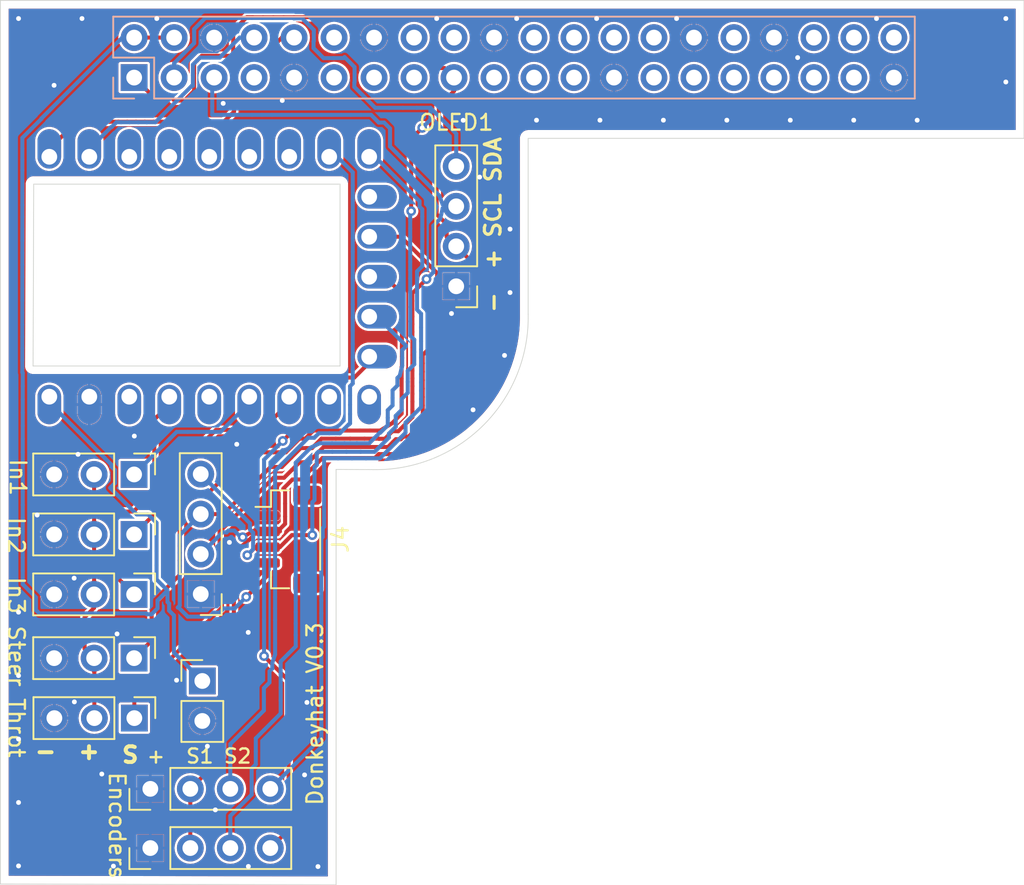
<source format=kicad_pcb>
(kicad_pcb (version 20240108) (generator "pcbnew") (generator_version "8.0")
  (title_block (date "15 nov 2012"))
  (layers (0 "F.Cu" signal) (31 "B.Cu" signal) (34 "B.Paste" user) (35 "F.Paste" user) (36 "B.SilkS" user "B.Silkscreen") (37 "F.SilkS" user "F.Silkscreen") (38 "B.Mask" user) (39 "F.Mask" user) (44 "Edge.Cuts" user))
  (net 0 "")
  (net 1 "GND")
  (net 2 "/GPIO2{slash}SDA1")
  (net 3 "/GPIO3{slash}SCL1")
  (net 4 "/GPIO4{slash}GPCLK0")
  (net 5 "/GPIO14{slash}TXD0")
  (net 6 "/GPIO15{slash}RXD0")
  (net 7 "/GPIO17")
  (net 8 "/GPIO18{slash}PCM.CLK")
  (net 9 "/GPIO27")
  (net 10 "/GPIO22")
  (net 11 "/GPIO23")
  (net 12 "/GPIO24")
  (net 13 "/GPIO10{slash}SPI0.MOSI")
  (net 14 "/GPIO9{slash}SPI0.MISO")
  (net 15 "/GPIO25")
  (net 16 "/GPIO11{slash}SPI0.SCLK")
  (net 17 "/GPIO8{slash}SPI0.CE0")
  (net 18 "/GPIO7{slash}SPI0.CE1")
  (net 19 "/ID_SDA")
  (net 20 "/ID_SCL")
  (net 21 "/GPIO5")
  (net 23 "/GPIO12{slash}PWM0")
  (net 24 "/GPIO13{slash}PWM1")
  (net 25 "/GPIO19{slash}PCM.FS")
  (net 26 "/GPIO16")
  (net 27 "/GPIO26")
  (net 28 "/GPIO20{slash}PCM.DIN")
  (net 29 "/GPIO21{slash}PCM.DOUT")
  (net 30 "+5V")
  (net 31 "+3V3")
  (net 32 "Enc2B")
  (net 33 "Enc2A")
  (net 34 "Enc1A")
  (net 36 "Enc1B")
  (net 43 "Net-(In1-Pin_1)")
  (net 44 "Net-(In2-Pin_1)")
  (net 45 "Net-(In3-Pin_1)")
  (net 46 "Net-(St1-Pin_1)")
  (net 47 "Net-(Thr1-Pin_1)")
  (net 48 "+BATT")
  (footprint "mcu:rp2040-zero-tht" (layer "F.Cu") (at 113.14 61.42 90)
    (property "Reference" "U2" (hide yes))
    (property "Value" "rp2040-zero" (hide yes))
  )
  (footprint "Connector_PinHeader_2.54mm:PinHeader_1x03_P2.54mm_Vertical" (layer "F.Cu") (at 108.382 89.459 -90)
    (property "Reference" "St1" (hide yes))
    (property "Value" "Conn_01x03_Pin" (hide yes))
  )
  (footprint "Connector_PinHeader_2.54mm:PinHeader_1x04_P2.54mm_Vertical" (layer "F.Cu") (at 109.398 97.714 90)
    (property "Reference" "J2" (hide yes))
    (property "Value" "Encoder 2" (hide yes))
  )
  (footprint "Connector_PinHeader_2.54mm:PinHeader_1x02_P2.54mm_Vertical" (layer "F.Cu") (at 112.7 87.1)
    (property "Reference" "5V1" (hide yes))
    (property "Value" "Conn_01x02_Pin" (hide yes))
  )
  (footprint "Connector_JST:JST_SH_BM04B-SRSS-TB_1x04-1MP_P1.00mm_Vertical" (layer "F.Cu") (at 118.175 78.1 -90)
    (property "Reference" "J4")
    (property "Value" "B4B-PH-K-S_LF__SN_")
  )
  (footprint "Connector_PinHeader_2.54mm:PinHeader_1x03_P2.54mm_Vertical" (layer "F.Cu") (at 108.367 73.98 -90)
    (property "Reference" "In3" (hide yes))
    (property "Value" "Conn_01x03_Pin" (hide yes))
  )
  (footprint "Connector_PinHeader_2.54mm:PinHeader_1x03_P2.54mm_Vertical" (layer "F.Cu") (at 108.367001 77.79 -90)
    (property "Reference" "In2" (hide yes))
    (property "Value" "Conn_01x03_Pin" (hide yes))
  )
  (footprint "Connector_PinHeader_2.54mm:PinHeader_1x04_P2.54mm_Vertical" (layer "F.Cu") (at 128.829 62.027 180)
    (property "Reference" "OLED1")
    (property "Value" "Conn_01x04_Pin")
  )
  (footprint "Connector_PinHeader_2.54mm:PinHeader_1x04_P2.54mm_Vertical" (layer "F.Cu") (at 109.398 93.953 90)
    (property "Reference" "J3" (hide yes))
    (property "Value" "Encoder 1" (hide yes))
  )
  (footprint "Connector_PinHeader_2.54mm:PinHeader_1x03_P2.54mm_Vertical" (layer "F.Cu") (at 108.367 81.6 -90)
    (property "Reference" "In1" (hide yes))
    (property "Value" "RC 1" (hide yes))
  )
  (footprint "Connector_PinHeader_2.54mm:PinHeader_1x04_P2.54mm_Vertical" (layer "F.Cu") (at 112.6 81.58 180)
    (property "Reference" "I2C1" (hide yes))
    (property "Value" "Conn_01x04_Pin")
  )
  (footprint "Connector_PinHeader_2.54mm:PinHeader_1x03_P2.54mm_Vertical" (layer "F.Cu") (at 108.367 85.649 -90)
    (property "Reference" "Thr1" (hide yes))
    (property "Value" "Conn_01x03_Pin" (hide yes))
  )
  (footprint "Connector_PinSocket_2.54mm:PinSocket_2x20_P2.54mm_Vertical" (layer "B.Cu") (at 108.37 48.77 -90)
    (property "Reference" "J1" (hide yes))
    (property "Value" "GPIO" (hide yes))
  )
  (gr_line (start 121.45 67.09) (end 121.45 55.54) (stroke (width 0.05)) (layer "Edge.Cuts"))
  (gr_line (start 99.873 100) (end 121.2 100.04425) (stroke (width 0.05)) (layer "Edge.Cuts"))
  (gr_line (start 101.95 67.09) (end 121.45 67.09) (stroke (width 0.05)) (layer "Edge.Cuts"))
  (gr_line (start 164.897 43.866) (end 99.873 43.866) (stroke (width 0.05)) (layer "Edge.Cuts"))
  (gr_line (start 121.2 100.04425) (end 121.2 73.66) (stroke (width 0.05)) (layer "Edge.Cuts"))
  (gr_line (start 101.99 55.54) (end 101.95 67.09) (stroke (width 0.05)) (layer "Edge.Cuts"))
  (gr_line (start 121.45 55.54) (end 101.99 55.54) (stroke (width 0.05)) (layer "Edge.Cuts"))
  (gr_line (start 99.873 43.866) (end 99.873 100) (stroke (width 0.05)) (layer "Edge.Cuts"))
  (gr_arc (start 133.400999 63.805) (mid 130.648775 70.75824) (end 123.76314 73.675483) (stroke (width 0.05)) (layer "Edge.Cuts"))
  (gr_line (start 164.897 52.629) (end 164.897 43.866) (stroke (width 0.05)) (layer "Edge.Cuts"))
  (gr_line (start 121.2 73.66) (end 123.76314 73.675483) (stroke (width 0.05)) (layer "Edge.Cuts"))
  (gr_line (start 133.401 52.629) (end 133.401 63.805) (stroke (width 0.05)) (layer "Edge.Cuts"))
  (gr_line (start 133.401 52.629) (end 164.897 52.629) (stroke (width 0.05)) (layer "Edge.Cuts"))
  (gr_text "Encoders" (at 106.7 92.8 -90) (layer "F.SilkS") (effects (font (size 1 1)) (justify left bottom)))
  (gr_text "+  S1 S2" (at 109.1 92.4 0) (layer "F.SilkS") (effects (font (size 0.9 0.9)) (justify left bottom)))
  (gr_text "S  +  -" (at 108.763 91.11 180) (layer "F.SilkS") (effects (font (size 1 1) (thickness 0.25) (bold yes)) (justify left bottom)))
  (gr_text "Steer" (at 100.3 83.5 270) (layer "F.SilkS") (effects (font (size 1 1)) (justify left bottom)))
  (gr_text "Throt" (at 100.3 88.1 270) (layer "F.SilkS") (effects (font (size 1 1)) (justify left bottom)))
  (gr_text "In3" (at 100.3 80.396 270) (layer "F.SilkS") (effects (font (size 1 1)) (justify left bottom)))
  (gr_text "In2" (at 100.3 76.596 270) (layer "F.SilkS") (effects (font (size 1 1)) (justify left bottom)))
  (gr_text "Donkeyhat V0.3" (at 120.44 95.1 90) (layer "F.SilkS") (effects (font (size 1 1)) (justify left bottom)))
  (gr_text "In1" (at 100.4 72.896 -90) (layer "F.SilkS") (effects (font (size 1 1)) (justify left bottom)))
  (gr_text "-  + SCL SDA" (at 131.75 63.805 90) (layer "F.SilkS") (effects (font (size 1 1) (thickness 0.2) (bold yes)) (justify left bottom)))
  (via (at 129.898743 69.874556) (size 0.61021) (drill 0.305105) (layers "F.Cu" "B.Cu") (net 1))
  (via (at 104.80461 72.70227) (size 0.61021) (drill 0.305105) (layers "F.Cu" "B.Cu") (net 1))
  (via (at 132.248225 58.395676) (size 0.61021) (drill 0.305105) (layers "F.Cu" "B.Cu") (net 1))
  (via (at 137.747596 45.018775) (size 0.61021) (drill 0.305105) (layers "F.Cu" "B.Cu") (net 1))
  (via (at 150.517917 47.5) (size 0.61021) (drill 0.305105) (layers "F.Cu" "B.Cu") (net 1))
  (via (at 141.990439 51.476225) (size 0.61021) (drill 0.305105) (layers "F.Cu" "B.Cu") (net 1))
  (via (at 128.528135 63.756469) (size 0.61021) (drill 0.305105) (layers "F.Cu" "B.Cu") (net 1))
  (via (at 101.025775 45.018775) (size 0.61021) (drill 0.305105) (layers "F.Cu" "B.Cu") (net 1))
  (via (at 117.778956 50.224605) (size 0.61021) (drill 0.305105) (layers "F.Cu" "B.Cu") (net 1))
  (via (at 109.807596 45.018775) (size 0.61021) (drill 0.305105) (layers "F.Cu" "B.Cu") (net 1))
  (via (at 104.572001 88.426916) (size 0.61021) (drill 0.305105) (layers "F.Cu" "B.Cu") (net 1))
  (via (at 154.080969 51.476225) (size 0.61021) (drill 0.305105) (layers "F.Cu" "B.Cu") (net 1))
  (via (at 102.207345 76.557939) (size 0.61021) (drill 0.305105) (layers "F.Cu" "B.Cu") (net 1))
  (via (at 146.020615 51.476225) (size 0.61021) (drill 0.305105) (layers "F.Cu" "B.Cu") (net 1))
  (via (at 155.527596 45.018775) (size 0.61021) (drill 0.305105) (layers "F.Cu" "B.Cu") (net 1))
  (via (at 127.587596 45.018775) (size 0.61021) (drill 0.305105) (layers "F.Cu" "B.Cu") (net 1))
  (via (at 108.380509 71.542128) (size 0.61021) (drill 0.305105) (layers "F.Cu" "B.Cu") (net 1))
  (via (at 158.111145 51.476225) (size 0.61021) (drill 0.305105) (layers "F.Cu" "B.Cu") (net 1))
  (via (at 115.616634 84.013948) (size 0.61021) (drill 0.305105) (layers "F.Cu" "B.Cu") (net 1))
  (via (at 114.42126 78.295727) (size 0.61021) (drill 0.305105) (layers "F.Cu" "B.Cu") (net 1))
  (via (at 101.025775 90.789261) (size 0.61021) (drill 0.305105) (layers "F.Cu" "B.Cu") (net 1))
  (via (at 132.248225 62.425853) (size 0.61021) (drill 0.305105) (layers "F.Cu" "B.Cu") (net 1))
  (via (at 101.025775 94.819438) (size 0.61021) (drill 0.305105) (layers "F.Cu" "B.Cu") (net 1))
  (via (at 142.827596 45.018775) (size 0.61021) (drill 0.305105) (layers "F.Cu" "B.Cu") (net 1))
  (via (at 106.314935 93.011268) (size 0.61021) (drill 0.305105) (layers "F.Cu" "B.Cu") (net 1))
  (via (at 132.667596 45.018775) (size 0.61021) (drill 0.305105) (layers "F.Cu" "B.Cu") (net 1))
  (via (at 113.526511 95.287273) (size 0.61021) (drill 0.305105) (layers "F.Cu" "B.Cu") (net 1))
  (via (at 163.744225 49.048952) (size 0.61021) (drill 0.305105) (layers "F.Cu" "B.Cu") (net 1))
  (via (at 107.283629 84.109682) (size 0.61021) (drill 0.305105) (layers "F.Cu" "B.Cu") (net 1))
  (via (at 119.196212 93.06612) (size 0.61021) (drill 0.305105) (layers "F.Cu" "B.Cu") (net 1))
  (via (at 111.064017 87.051164) (size 0.61021) (drill 0.305105) (layers "F.Cu" "B.Cu") (net 1))
  (via (at 101.025775 86.759084) (size 0.61021) (drill 0.305105) (layers "F.Cu" "B.Cu") (net 1))
  (via (at 119.345463 88.461961) (size 0.61021) (drill 0.305105) (layers "F.Cu" "B.Cu") (net 1))
  (via (at 131.897976 66.418353) (size 0.61021) (drill 0.305105) (layers "F.Cu" "B.Cu") (net 1))
  (via (at 101.025775 98.849614) (size 0.61021) (drill 0.305105) (layers "F.Cu" "B.Cu") (net 1))
  (via (at 104.557001 80.567916) (size 0.61021) (drill 0.305105) (layers "F.Cu" "B.Cu") (net 1))
  (via (at 150.050792 51.476225) (size 0.61021) (drill 0.305105) (layers "F.Cu" "B.Cu") (net 1))
  (via (at 101.025775 82.728908) (size 0.61021) (drill 0.305105) (layers "F.Cu" "B.Cu") (net 1))
  (via (at 103.283369 49.260984) (size 0.61021) (drill 0.305105) (layers "F.Cu" "B.Cu") (net 1))
  (via (at 120.047225 98.889081) (size 0.61021) (drill 0.305105) (layers "F.Cu" "B.Cu") (net 1))
  (via (at 107.052512 98.862119) (size 0.61021) (drill 0.305105) (layers "F.Cu" "B.Cu") (net 1))
  (via (at 105.055952 45.018775) (size 0.61021) (drill 0.305105) (layers "F.Cu" "B.Cu") (net 1))
  (via (at 113.021436 91.245137) (size 0.61021) (drill 0.305105) (layers "F.Cu" "B.Cu") (net 1))
  (via (at 114.026148 50.407827) (size 0.61021) (drill 0.305105) (layers "F.Cu" "B.Cu") (net 1))
  (via (at 163.744225 45.018775) (size 0.61021) (drill 0.305105) (layers "F.Cu" "B.Cu") (net 1))
  (via (at 133.930085 51.476225) (size 0.61021) (drill 0.305105) (layers "F.Cu" "B.Cu") (net 1))
  (via (at 130.315723 55.091349) (size 0.61021) (drill 0.305105) (layers "F.Cu" "B.Cu") (net 1))
  (via (at 114.887193 72.063273) (size 0.61021) (drill 0.305105) (layers "F.Cu" "B.Cu") (net 1))
  (via (at 129.272344 51.482893) (size 0.61021) (drill 0.305105) (layers "F.Cu" "B.Cu") (net 1))
  (via (at 137.960262 51.476225) (size 0.61021) (drill 0.305105) (layers "F.Cu" "B.Cu") (net 1))
  (via (at 115.625721 98.879907) (size 0.61021) (drill 0.305105) (layers "F.Cu" "B.Cu") (net 1))
  (segment (start 116.074 78.6) (end 115.568262 79.105738) (width 0.254254) (layer "F.Cu") (net 2))
  (segment (start 125.966854 54.960245) (end 125.966854 55.53362) (width 0.254254) (layer "F.Cu") (net 2))
  (segment (start 118.008621 78.217379) (end 118.391241 77.834759) (width 0.254254) (layer "F.Cu") (net 2))
  (segment (start 118.391241 77.834759) (end 119.039739 77.834759) (width 0.254254) (layer "F.Cu") (net 2))
  (segment (start 115.568262 79.105738) (end 115.556553 79.105738) (width 0.254254) (layer "F.Cu") (net 2))
  (segment (start 117.626 78.6) (end 118.008621 78.217379) (width 0.254254) (layer "F.Cu") (net 2))
  (segment (start 126.66794 51.965662) (end 126.317397 52.316205) (width 0.254254) (layer "F.Cu") (net 2))
  (segment (start 125.966854 55.53362) (end 125.966854 56.106994) (width 0.254254) (layer "F.Cu") (net 2))
  (segment (start 119.039739 77.834759) (end 119.688236 77.834759) (width 0.254254) (layer "F.Cu") (net 2))
  (segment (start 125.966854 56.106994) (end 125.966854 56.680368) (width 0.254254) (layer "F.Cu") (net 2))
  (segment (start 125.966854 53.240123) (end 125.966854 53.813497) (width 0.254254) (layer "F.Cu") (net 2))
  (segment (start 125.966854 54.386871) (end 125.966854 54.960245) (width 0.254254) (layer "F.Cu") (net 2))
  (segment (start 125.966854 53.813497) (end 125.966854 54.386871) (width 0.254254) (layer "F.Cu") (net 2))
  (segment (start 125.966854 56.680368) (end 125.966854 57.253743) (width 0.254254) (layer "F.Cu") (net 2))
  (segment (start 116.85 78.6) (end 117.626 78.6) (width 0.254254) (layer "F.Cu") (net 2))
  (segment (start 125.966854 52.666748) (end 125.966854 53.240123) (width 0.254254) (layer "F.Cu") (net 2))
  (segment (start 116.85 78.6) (end 116.074 78.6) (width 0.254254) (layer "F.Cu") (net 2))
  (segment (start 126.317397 52.316205) (end 125.966854 52.666748) (width 0.254254) (layer "F.Cu") (net 2))
  (via (at 119.688236 77.834759) (size 0.61021) (drill 0.305105) (layers "F.Cu" "B.Cu") (net 2))
  (via (at 126.66794 51.965662) (size 0.61021) (drill 0.305105) (layers "F.Cu" "B.Cu") (net 2))
  (via (at 115.556553 79.105738) (size 0.61021) (drill 0.305105) (layers "F.Cu" "B.Cu") (net 2))
  (via (at 125.966854 57.253743) (size 0.61021) (drill 0.305105) (layers "F.Cu" "B.Cu") (net 2))
  (segment (start 124.986468 70.954732) (end 124.551571 71.389628) (width 0.254254) (layer "B.Cu") (net 2))
  (segment (start 115.927885 77.934214) (end 115.927885 78.734406) (width 0.254254) (layer "B.Cu") (net 2))
  (segment (start 119.970147 72.638835) (end 119.970147 73.381426) (width 0.254254) (layer "B.Cu") (net 2))
  (segment (start 125.905189 59.421366) (end 125.905189 59.947856) (width 0.254254) (layer "B.Cu") (net 2))
  (segment (start 119.688236 76.791903) (end 119.688236 77.313331) (width 0.254254) (layer "B.Cu") (net 2))
  (segment (start 126.162639 66.201766) (end 126.162639 66.985655) (width 0.254254) (layer "B.Cu") (net 2))
  (segment (start 124.986468 70.256505) (end 124.986468 70.954732) (width 0.254254) (layer "B.Cu") (net 2))
  (segment (start 125.368229 69.176517) (end 125.368229 69.874744) (width 0.254254) (layer "B.Cu") (net 2))
  (segment (start 125.905189 65.160428) (end 126.162639 65.417878) (width 0.254254) (layer "B.Cu") (net 2))
  (segment (start 117.165737 44.98154) (end 116.50578 44.98154) (width 0.254254) (layer "B.Cu") (net 2))
  (segment (start 119.042241 45.005136) (end 118.509247 45.005136) (width 0.254254) (layer "B.Cu") (net 2))
  (segment (start 122.356038 49.359318) (end 122.356038 49.077712) (width 0.254254) (layer "B.Cu") (net 2))
  (segment (start 112.18 46.584) (end 111.545 47.219) (width 0.254254) (layer "B.Cu") (net 2))
  (segment (start 112.6 73.96) (end 112.990717 74.350717) (width 0.254254) (layer "B.Cu") (net 2))
  (segment (start 120.963134 72.541132) (end 120.06785 72.541132) (width 0.254254) (layer "B.Cu") (net 2))
  (segment (start 122.372077 49.061673) (end 122.372077 48.530423) (width 0.254254) (layer "B.Cu") (net 2))
  (segment (start 125.905189 61.527324) (end 125.905189 62.4356) (width 0.254254) (layer "B.Cu") (net 2))
  (segment (start 125.905189 57.841897) (end 125.905189 58.368387) (width 0.254254) (layer "B.Cu") (net 2))
  (segment (start 119.829191 75.086664) (end 119.829191 75.608092) (width 0.254254) (layer "B.Cu") (net 2))
  (segment (start 125.905189 60.474345) (end 125.905189 61.000835) (width 0.254254) (layer "B.Cu") (net 2))
  (segment (start 119.160998 45.123893) (end 119.042241 45.005136) (width 0.254254) (layer "B.Cu") (net 2))
  (segment (start 119.78396 46.453541) (end 119.78396 45.92229) (width 0.254254) (layer "B.Cu") (net 2))
  (segment (start 128.009048 51.510929) (end 127.599072 51.100953) (width 0.254254) (layer "B.Cu") (net 2))
  (segment (start 119.688236 77.313331) (end 119.688236 77.834759) (width 0.254254) (layer "B.Cu") (net 2))
  (segment (start 121.858417 72.541132) (end 120.963134 72.541132) (width 0.254254) (layer "B.Cu") (net 2))
  (segment (start 122.372077 48.530423) (end 122.372077 48.102926) (width 0.254254) (layer "B.Cu") (net 2))
  (segment (start 114.162867 75.522867) (end 114.553584 75.913584) (width 0.254254) (layer "B.Cu") (net 2))
  (segment (start 125.177349 70.065625) (end 124.986468 70.256505) (width 0.254254) (layer "B.Cu") (net 2))
  (segment (start 114.525909 44.98154) (end 113.865952 44.98154) (width 0.254254) (layer "B.Cu") (net 2))
  (segment (start 112.889727 44.98154) (end 112.692997 45.17827) (width 0.254254) (layer "B.Cu") (net 2))
  (segment (start 112.990717 74.350717) (end 113.381434 74.741434) (width 0.254254) (layer "B.Cu") (net 2))
  (segment (start 121.672918 47.532083) (end 121.037919 47.532083) (width 0.254254) (layer "B.Cu") (net 2))
  (segment (start 124.551571 71.389628) (end 124.551571 71.638545) (width 0.254254) (layer "B.Cu") (net 2))
  (segment (start 128.829 53.368941) (end 128.829 52.849911) (width 0.254254) (layer "B.Cu") (net 2))
  (segment (start 128.419024 51.920905) (end 128.009048 51.510929) (width 0.254254) (layer "B.Cu") (net 2))
  (segment (start 116.50578 44.98154) (end 115.845823 44.98154) (width 0.254254) (layer "B.Cu") (net 2))
  (segment (start 126.66794 51.965662) (end 127.189096 51.444506) (width 0.254254) (layer "B.Cu") (net 2))
  (segment (start 115.927885 77.679614) (end 115.927885 77.934214) (width 0.254254) (layer "B.Cu") (net 2))
  (segment (start 115.335018 76.695018) (end 115.725735 77.085735) (width 0.254254) (layer "B.Cu") (net 2))
  (segment (start 125.905189 64.252152) (end 125.905189 65.160428) (width 0.254254) (layer "B.Cu") (net 2))
  (segment (start 128.829 52.849911) (end 128.829 52.330881) (width 0.254254) (layer "B.Cu") (net 2))
  (segment (start 112.18 45.691267) (end 112.18 45.876) (width 0.254254) (layer "B.Cu") (net 2))
  (segment (start 124.563048 50.690977) (end 123.687698 50.690977) (width 0.254254) (layer "B.Cu") (net 2))
  (segment (start 119.688236 76.270475) (end 119.688236 76.791903) (width 0.254254) (layer "B.Cu") (net 2))
  (segment (start 128.829 54.407) (end 128.829 53.88797) (width 0.254254) (layer "B.Cu") (net 2))
  (segment (start 119.829191 75.608092) (end 119.688236 75.749047) (width 0.254254) (layer "B.Cu") (net 2))
  (segment (start 112.18 45.876) (end 112.18 46.584) (width 0.254254) (layer "B.Cu") (net 2))
  (segment (start 125.905189 59.947856) (end 125.905189 60.474345) (width 0.254254) (layer "B.Cu") (net 2))
  (segment (start 112.692997 45.17827) (end 112.18 45.691267) (width 0.254254) (layer "B.Cu") (net 2))
  (segment (start 125.749991 68.794756) (end 125.368229 69.176517) (width 0.254254) (layer "B.Cu") (net 2))
  (segment (start 127.599072 51.100953) (end 127.189096 50.690977) (width 0.254254) (layer "B.Cu") (net 2))
  (segment (start 125.905189 58.368387) (end 125.905189 58.894876) (width 0.254254) (layer "B.Cu") (net 2))
  (segment (start 115.845823 44.98154) (end 115.185866 44.98154) (width 0.254254) (layer "B.Cu") (net 2))
  (segment (start 117.825694 44.98154) (end 117.165737 44.98154) (width 0.254254) (layer "B.Cu") (net 2))
  (segment (start 113.865952 44.98154) (end 113.205995 44.98154) (width 0.254254) (layer "B.Cu") (net 2))
  (segment (start 120.402919 47.532083) (end 119.767921 46.897084) (width 0.254254) (layer "B.Cu") (net 2))
  (segment (start 125.905189 61.000835) (end 125.905189 61.527324) (width 0.254254) (layer "B.Cu") (net 2))
  (segment (start 127.189096 50.690977) (end 126.313747 50.690977) (width 0.254254) (layer "B.Cu") (net 2))
  (segment (start 125.966854 57.253743) (end 125.905189 57.315408) (width 0.254254) (layer "B.Cu") (net 2))
  (segment (start 119.829191 73.522381) (end 119.829191 74.043809) (width 0.254254) (layer "B.Cu") (net 2))
  (segment (start 114.944301 76.304301) (end 115.335018 76.695018) (width 0.254254) (layer "B.Cu") (net 2))
  (segment (start 122.372077 48.102926) (end 121.737076 47.467925) (width 0.254254) (layer "B.Cu") (net 2))
  (segment (start 113.205995 44.98154) (end 112.889727 44.98154) (width 0.254254) (layer "B.Cu") (net 2))
  (segment (start 115.185866 44.98154) (end 114.525909 44.98154) (width 0.254254) (layer "B.Cu") (net 2))
  (segment (start 125.368229 69.874744) (end 125.177349 70.065625) (width 0.254254) (layer "B.Cu") (net 2))
  (segment (start 115.927885 78.734406) (end 115.556553 79.105738) (width 0.254254) (layer "B.Cu") (net 2))
  (segment (start 122.356038 49.077712) (end 122.372077 49.061673) (width 0.254254) (layer "B.Cu") (net 2))
  (segment (start 115.725735 77.477464) (end 115.927885 77.679614) (width 0.254254) (layer "B.Cu") (net 2))
  (segment (start 119.767921 46.897084) (end 119.767921 46.469581) (width 0.254254) (layer "B.Cu") (net 2))
  (segment (start 125.749991 67.398303) (end 125.749991 68.096529) (width 0.254254) (layer "B.Cu") (net 2))
  (segment (start 121.037919 47.532083) (end 120.402919 47.532083) (width 0.254254) (layer "B.Cu") (net 2))
  (segment (start 114.553584 75.913584) (end 114.944301 76.304301) (width 0.254254) (layer "B.Cu") (net 2))
  (segment (start 119.767921 46.469581) (end 119.78396 46.453541) (width 0.254254) (layer "B.Cu") (net 2))
  (segment (start 118.509247 45.005136) (end 118.485651 44.98154) (width 0.254254) (layer "B.Cu") (net 2))
  (segment (start 119.970147 73.381426) (end 119.829191 73.522381) (width 0.254254) (layer "B.Cu") (net 2))
  (segment (start 122.753701 72.541132) (end 121.858417 72.541132) (width 0.254254) (layer "B.Cu") (net 2))
  (segment (start 125.438397 50.690977) (end 124.563048 50.690977) (width 0.254254) (layer "B.Cu") (net 2))
  (segment (start 119.688236 75.749047) (end 119.688236 76.270475) (width 0.254254) (layer "B.Cu") (net 2))
  (segment (start 122.829698 49.832977) (end 122.356038 49.359318) (width 0.254254) (layer "B.Cu") (net 2))
  (segment (start 119.78396 45.746855) (end 119.160998 45.123893) (width 0.254254) (layer "B.Cu") (net 2))
  (segment (start 123.648985 72.541132) (end 122.753701 72.541132) (width 0.254254) (layer "B.Cu") (net 2))
  (segment (start 111.545 47.219) (end 110.91 47.854) (width 0.254254) (layer "B.Cu") (net 2))
  (segment (start 125.749991 68.096529) (end 125.749991 68.794756) (width 0.254254) (layer "B.Cu") (net 2))
  (segment (start 113.772151 75.132151) (end 114.162867 75.522867) (width 0.254254) (layer "B.Cu") (net 2))
  (segment (start 126.162639 65.417878) (end 126.162639 66.201766) (width 0.254254) (layer "B.Cu") (net 2))
  (segment (start 127.189096 51.444506) (end 127.189096 50.690977) (width 0.254254) (layer "B.Cu") (net 2))
  (segment (start 113.381434 74.741434) (end 113.772151 75.132151) (width 0.254254) (layer "B.Cu") (net 2))
  (segment (start 120.06785 72.541132) (end 119.970147 72.638835) (width 0.254254) (layer "B.Cu") (net 2))
  (segment (start 110.91 47.854) (end 110.91 48.77) (width 0.254254) (layer "B.Cu") (net 2))
  (segment (start 125.905189 62.4356) (end 125.905189 63.343876) (width 0.254254) (layer "B.Cu") (net 2))
  (segment (start 119.829191 74.043809) (end 119.829191 74.565236) (width 0.254254) (layer "B.Cu") (net 2))
  (segment (start 125.905189 58.894876) (end 125.905189 59.421366) (width 0.254254) (layer "B.Cu") (net 2))
  (segment (start 126.162639 66.985655) (end 125.749991 67.398303) (width 0.254254) (layer "B.Cu") (net 2))
  (segment (start 118.485651 44.98154) (end 117.825694 44.98154) (width 0.254254) (layer "B.Cu") (net 2))
  (segment (start 125.905189 57.315408) (end 125.905189 57.841897) (width 0.254254) (layer "B.Cu") (net 2))
  (segment (start 124.551571 71.638545) (end 124.100278 72.089838) (width 0.254254) (layer "B.Cu") (net 2))
  (segment (start 126.313747 50.690977) (end 125.438397 50.690977) (width 0.254254) (layer "B.Cu") (net 2))
  (segment (start 128.829 52.330881) (end 128.419024 51.920905) (width 0.254254) (layer "B.Cu") (net 2))
  (segment (start 123.687698 50.690977) (end 123.258698 50.261977) (width 0.254254) (layer "B.Cu") (net 2))
  (segment (start 128.829 53.88797) (end 128.829 53.368941) (width 0.254254) (layer "B.Cu") (net 2))
  (segment (start 123.258698 50.261977) (end 122.829698 49.832977) (width 0.254254) (layer "B.Cu") (net 2))
  (segment (start 121.737076 47.467925) (end 121.672918 47.532083) (width 0.254254) (layer "B.Cu") (net 2))
  (segment (start 119.78396 45.92229) (end 119.78396 45.746855) (width 0.254254) (layer "B.Cu") (net 2))
  (segment (start 115.725735 77.085735) (end 115.725735 77.477464) (width 0.254254) (layer "B.Cu") (net 2))
  (segment (start 124.100278 72.089838) (end 123.648985 72.541132) (width 0.254254) (layer "B.Cu") (net 2))
  (segment (start 125.905189 63.343876) (end 125.905189 64.252152) (width 0.254254) (layer "B.Cu") (net 2))
  (segment (start 119.829191 74.565236) (end 119.829191 75.086664) (width 0.254254) (layer "B.Cu") (net 2))
  (segment (start 120.268352 71.707771) (end 119.669323 72.3068) (width 0.254254) (layer "F.Cu") (net 3))
  (segment (start 124.296913 71.714628) (end 123.924181 71.714628) (width 0.254254) (layer "F.Cu") (net 3))
  (segment (start 115.835147 74.702914) (end 115.236119 75.301943) (width 0.254254) (layer "F.Cu") (net 3))
  (segment (start 126.045676 62.959032) (end 126.045676 63.451003) (width 0.254254) (layer "F.Cu") (net 3))
  (segment (start 126.045676 68.862683) (end 126.045676 69.354654) (width 0.254254) (layer "F.Cu") (net 3))
  (segment (start 116.85 80.399694) (end 116.85 79.6) (width 0.254254) (layer "F.Cu") (net 3))
  (segment (start 126.045676 67.878741) (end 126.045676 68.370712) (width 0.254254) (layer "F.Cu") (net 3))
  (segment (start 126.493902 62.018836) (end 126.045676 62.467061) (width 0.254254) (layer "F.Cu") (net 3))
  (segment (start 113.319031 76.5) (end 112.6 76.5) (width 0.254254) (layer "F.Cu") (net 3))
  (segment (start 119.309808 72.3068) (end 118.950292 72.3068) (width 0.254254) (layer "F.Cu") (net 3))
  (segment (start 126.045676 70.338596) (end 125.597451 70.786822) (width 0.254254) (layer "F.Cu") (net 3))
  (segment (start 116.169423 81.080271) (end 116.509712 80.739982) (width 0.254254) (layer "F.Cu") (net 3))
  (segment (start 119.669323 72.3068) (end 119.309808 72.3068) (width 0.254254) (layer "F.Cu") (net 3))
  (segment (start 115.488846 81.760847) (end 115.829135 81.420559) (width 0.254254) (layer "F.Cu") (net 3))
  (segment (start 126.045676 69.846625) (end 126.045676 70.338596) (width 0.254254) (layer "F.Cu") (net 3))
  (segment (start 116.434176 74.103886) (end 115.835147 74.702914) (width 0.254254) (layer "F.Cu") (net 3))
  (segment (start 117.752235 73.504857) (end 117.39272 73.504857) (width 0.254254) (layer "F.Cu") (net 3))
  (segment (start 122.092838 71.707771) (end 121.180595 71.707771) (width 0.254254) (layer "F.Cu") (net 3))
  (segment (start 126.045676 65.418887) (end 126.045676 65.910858) (width 0.254254) (layer "F.Cu") (net 3))
  (segment (start 124.776494 71.235047) (end 124.536703 71.474838) (width 0.254254) (layer "F.Cu") (net 3))
  (segment (start 117.033205 73.504857) (end 116.434176 74.103886) (width 0.254254) (layer "F.Cu") (net 3))
  (segment (start 118.950292 72.3068) (end 118.351264 72.905828) (width 0.254254) (layer "F.Cu") (net 3))
  (segment (start 118.351264 72.905828) (end 117.752235 73.504857) (width 0.254254) (layer "F.Cu") (net 3))
  (segment (start 123.005081 71.707771) (end 122.092838 71.707771) (width 0.254254) (layer "F.Cu") (net 3))
  (segment (start 125.149225 71.235047) (end 124.776494 71.235047) (width 0.254254) (layer "F.Cu") (net 3))
  (segment (start 126.045676 64.926916) (end 126.045676 65.418887) (width 0.254254) (layer "F.Cu") (net 3))
  (segment (start 126.045676 62.467061) (end 126.045676 62.959032) (width 0.254254) (layer "F.Cu") (net 3))
  (segment (start 115.829135 81.420559) (end 116.169423 81.080271) (width 0.254254) (layer "F.Cu") (net 3))
  (segment (start 115.236119 75.301943) (end 114.63709 75.900971) (width 0.254254) (layer "F.Cu") (net 3))
  (segment (start 126.045676 67.386771) (end 126.045676 67.878741) (width 0.254254) (layer "F.Cu") (net 3))
  (segment (start 126.045676 66.402829) (end 126.045676 66.8948) (width 0.254254) (layer "F.Cu") (net 3))
  (segment (start 117.39272 73.504857) (end 117.033205 73.504857) (width 0.254254) (layer "F.Cu") (net 3))
  (segment (start 124.536703 71.474838) (end 124.296913 71.714628) (width 0.254254) (layer "F.Cu") (net 3))
  (segment (start 123.917324 71.707771) (end 123.005081 71.707771) (width 0.254254) (layer "F.Cu") (net 3))
  (segment (start 116.509712 80.739982) (end 116.85 80.399694) (width 0.254254) (layer "F.Cu") (net 3))
  (segment (start 126.045676 65.910858) (end 126.045676 66.402829) (width 0.254254) (layer "F.Cu") (net 3))
  (segment (start 126.045676 68.370712) (end 126.045676 68.862683) (width 0.254254) (layer "F.Cu") (net 3))
  (segment (start 121.180595 71.707771) (end 120.268352 71.707771) (width 0.254254) (layer "F.Cu") (net 3))
  (segment (start 126.045676 69.354654) (end 126.045676 69.846625) (width 0.254254) (layer "F.Cu") (net 3))
  (segment (start 126.045676 63.942974) (end 126.045676 64.434945) (width 0.254254) (layer "F.Cu") (net 3))
  (segment (start 114.63709 75.900971) (end 114.038061 76.5) (width 0.254254) (layer "F.Cu") (net 3))
  (segment (start 125.597451 70.786822) (end 125.149225 71.235047) (width 0.254254) (layer "F.Cu") (net 3))
  (segment (start 123.924181 71.714628) (end 123.917324 71.707771) (width 0.254254) (layer "F.Cu") (net 3))
  (segment (start 126.045676 66.8948) (end 126.045676 67.386771) (width 0.254254) (layer "F.Cu") (net 3))
  (segment (start 126.045676 64.434945) (end 126.045676 64.926916) (width 0.254254) (layer "F.Cu") (net 3))
  (segment (start 126.045676 63.451003) (end 126.045676 63.942974) (width 0.254254) (layer "F.Cu") (net 3))
  (segment (start 114.038061 76.5) (end 113.319031 76.5) (width 0.254254) (layer "F.Cu") (net 3))
  (segment (start 126.942127 61.57061) (end 126.493902 62.018836) (width 0.254254) (layer "F.Cu") (net 3))
  (via (at 126.942127 61.57061) (size 0.61021) (drill 0.305105) (layers "F.Cu" "B.Cu") (net 3))
  (via (at 115.488846 81.760847) (size 0.61021) (drill 0.305105) (layers "F.Cu" "B.Cu") (net 3))
  (segment (start 127.807411 57.747246) (end 127.374769 58.179888) (width 0.254254) (layer "B.Cu") (net 3))
  (segment (start 126.181634 54.699252) (end 125.79201 54.309628) (width 0.254254) (layer "B.Cu") (net 3))
  (segment (start 117.74401 51.137715) (end 117.113323 51.137715) (width 0.254254) (layer "B.Cu") (net 3))
  (segment (start 127.350504 55.868122) (end 126.960881 55.478499) (width 0.254254) (layer "B.Cu") (net 3))
  (segment (start 127.374769 58.179888) (end 127.374769 58.919408) (width 0.254254) (layer "B.Cu") (net 3))
  (segment (start 119.636073 51.137715) (end 119.005385 51.137715) (width 0.254254) (layer "B.Cu") (net 3))
  (segment (start 126.571257 55.088875) (end 126.181634 54.699252) (width 0.254254) (layer "B.Cu") (net 3))
  (segment (start 113.329199 50.575986) (end 113.329199 50.014258) (width 0.254254) (layer "B.Cu") (net 3))
  (segment (start 114.590573 51.137715) (end 113.959886 51.137715) (width 0.254254) (layer "B.Cu") (net 3))
  (segment (start 125.79201 54.309628) (end 125.402387 53.920005) (width 0.254254) (layer "B.Cu") (net 3))
  (segment (start 124.62314 53.140758) (end 124.62314 52.571745) (width 0.254254) (layer "B.Cu") (net 3))
  (segment (start 122.78951 51.137715) (end 122.158822 51.137715) (width 0.254254) (layer "B.Cu") (net 3))
  (segment (start 111.267163 80.633678) (end 111.267163 79.79599) (width 0.254254) (layer "B.Cu") (net 3))
  (segment (start 114.759329 82.490365) (end 114.062106 82.490365) (width 0.254254) (layer "B.Cu") (net 3))
  (segment (start 111.141412 82.434805) (end 111.267163 82.309054) (width 0.254254) (layer "B.Cu") (net 3))
  (segment (start 124.62314 52.002733) (end 124.249701 51.629294) (width 0.254254) (layer "B.Cu") (net 3))
  (segment (start 127.374769 60.398448) (end 127.374769 61.137968) (width 0.254254) (layer "B.Cu") (net 3))
  (segment (start 111.267163 82.309054) (end 111.267163 81.471366) (width 0.254254) (layer "B.Cu") (net 3))
  (segment (start 128.829 56.947) (end 127.974 56.829) (width 0.254254) (layer "B.Cu") (net 3))
  (segment (start 111.933582 77.166418) (end 112.6 76.5) (width 0.254254) (layer "B.Cu") (net 3))
  (segment (start 111.195548 82.434805) (end 111.141412 82.434805) (width 0.254254) (layer "B.Cu") (net 3))
  (segment (start 124.249701 51.629294) (end 123.911776 51.629294) (width 0.254254) (layer "B.Cu") (net 3))
  (segment (start 125.012763 53.530381) (end 124.62314 53.140758) (width 0.254254) (layer "B.Cu") (net 3))
  (segment (start 113.329199 49.45253) (end 113.329199 48.890801) (width 0.254254) (layer "B.Cu") (net 3))
  (segment (start 112.463873 83.014353) (end 111.775096 83.014353) (width 0.254254) (layer "B.Cu") (net 3))
  (segment (start 114.062106 82.490365) (end 113.790852 82.761619) (width 0.254254) (layer "B.Cu") (net 3))
  (segment (start 111.267163 79.79599) (end 111.267163 78.958302) (width 0.254254) (layer "B.Cu") (net 3))
  (segment (start 111.267163 78.39557) (end 111.267163 77.832837) (width 0.254254) (layer "B.Cu") (net 3))
  (segment (start 124.62314 52.571745) (end 124.62314 52.002733) (width 0.254254) (layer "B.Cu") (net 3))
  (segment (start 125.402387 53.920005) (end 125.012763 53.530381) (width 0.254254) (layer "B.Cu") (net 3))
  (segment (start 127.974 57.065) (end 127.807411 57.747246) (width 0.254254) (layer "B.Cu") (net 3))
  (segment (start 123.420197 51.137715) (end 122.78951 51.137715) (width 0.254254) (layer "B.Cu") (net 3))
  (segment (start 115.124087 82.125606) (end 114.759329 82.490365) (width 0.254254) (layer "B.Cu") (net 3))
  (segment (start 111.267163 77.832837) (end 111.933582 77.166418) (width 0.254254) (layer "B.Cu") (net 3))
  (segment (start 113.329199 50.014258) (end 113.329199 49.45253) (width 0.254254) (layer "B.Cu") (net 3))
  (segment (start 117.113323 51.137715) (end 116.482636 51.137715) (width 0.254254) (layer "B.Cu") (net 3))
  (segment (start 111.775096 83.014353) (end 111.195548 82.434805) (width 0.254254) (layer "B.Cu") (net 3))
  (segment (start 113.152649 83.014353) (end 112.463873 83.014353) (width 0.254254) (layer "B.Cu") (net 3))
  (segment (start 115.488846 81.760847) (end 115.124087 82.125606) (width 0.254254) (layer "B.Cu") (net 3))
  (segment (start 127.974 56.829) (end 127.740128 56.257746) (width 0.254254) (layer "B.Cu") (net 3))
  (segment (start 128.829 56.947) (end 127.974 57.065) (width 0.254254) (layer "B.Cu") (net 3))
  (segment (start 111.267163 81.471366) (end 111.267163 80.633678) (width 0.254254) (layer "B.Cu") (net 3))
  (segment (start 113.959886 51.137715) (end 113.329199 51.137715) (width 0.254254) (layer "B.Cu") (net 3))
  (segment (start 120.897447 51.137715) (end 120.26676 51.137715) (width 0.254254) (layer "B.Cu") (net 3))
  (segment (start 113.329199 48.890801) (end 113.45 48.77) (width 0.254254) (layer "B.Cu") (net 3))
  (segment (start 119.005385 51.137715) (end 118.374698 51.137715) (width 0.254254) (layer "B.Cu") (net 3))
  (segment (start 118.374698 51.137715) (end 117.74401 51.137715) (width 0.254254) (layer "B.Cu") (net 3))
  (segment (start 122.158822 51.137715) (end 121.528135 51.137715) (width 0.254254) (layer "B.Cu") (net 3))
  (segment (start 126.960881 55.478499) (end 126.571257 55.088875) (width 0.254254) (layer "B.Cu") (net 3))
  (segment (start 111.267163 78.958302) (end 111.267163 78.39557) (width 0.254254) (layer "B.Cu") (net 3))
  (segment (start 120.26676 51.137715) (end 119.636073 51.137715) (width 0.254254) (layer "B.Cu") (net 3))
  (segment (start 115.221261 51.137715) (end 114.590573 51.137715) (width 0.254254) (layer "B.Cu") (net 3))
  (segment (start 127.374769 59.658928) (end 127.374769 60.398448) (width 0.254254) (layer "B.Cu") (net 3))
  (segment (start 127.374769 58.919408) (end 127.374769 59.658928) (width 0.254254) (layer "B.Cu") (net 3))
  (segment (start 115.851948 51.137715) (end 115.221261 51.137715) (width 0.254254) (layer "B.Cu") (net 3))
  (segment (start 121.528135 51.137715) (end 120.897447 51.137715) (width 0.254254) (layer "B.Cu") (net 3))
  (segment (start 127.374769 61.137968) (end 126.942127 61.57061) (width 0.254254) (layer "B.Cu") (net 3))
  (segment (start 116.482636 51.137715) (end 115.851948 51.137715) (width 0.254254) (layer "B.Cu") (net 3))
  (segment (start 113.405384 82.761619) (end 113.152649 83.014353) (width 0.254254) (layer "B.Cu") (net 3))
  (segment (start 113.790852 82.761619) (end 113.405384 82.761619) (width 0.254254) (layer "B.Cu") (net 3))
  (segment (start 127.740128 56.257746) (end 127.350504 55.868122) (width 0.254254) (layer "B.Cu") (net 3))
  (segment (start 123.911776 51.629294) (end 123.420197 51.137715) (width 0.254254) (layer "B.Cu") (net 3))
  (segment (start 113.329199 51.137715) (end 113.329199 50.575986) (width 0.254254) (layer "B.Cu") (net 3))
  (segment (start 107.537915 51.606269) (end 108.08332 51.606269) (width 0.254254) (layer "B.Cu") (net 5))
  (segment (start 110.156133 51.169671) (end 110.592731 50.733073) (width 0.254254) (layer "B.Cu") (net 5))
  (segment (start 108.628725 51.606269) (end 109.17413 51.606269) (width 0.254254) (layer "B.Cu") (net 5))
  (segment (start 105.867779 52.952221) (end 106.215558 52.604442) (width 0.254254) (layer "B.Cu") (net 5))
  (segment (start 112.36464 47.687604) (end 112.552244 47.5) (width 0.254254) (layer "B.Cu") (net 5))
  (segment (start 110.592731 50.733073) (end 111.02933 50.296475) (width 0.254254) (layer "B.Cu") (net 5))
  (segment (start 109.17413 51.606269) (end 109.719535 51.606269) (width 0.254254) (layer "B.Cu") (net 5))
  (segment (start 111.465928 49.859877) (end 112.035776 49.290028) (width 0.254254) (layer "B.Cu") (net 5))
  (segment (start 106.943692 51.908884) (end 107.246306 51.606269) (width 0.254254) (layer "B.Cu") (net 5))
  (segment (start 106.215558 52.604442) (end 106.563337 52.256663) (width 0.254254) (layer "B.Cu") (net 5))
  (segment (start 112.100721 49.290028) (end 112.100721 48.620776) (width 0.254254) (layer "B.Cu") (net 5))
  (segment (start 112.035776 49.290028) (end 112.100721 49.290028) (width 0.254254) (layer "B.Cu") (net 5))
  (segment (start 112.100721 48.620776) (end 112.100721 47.951523) (width 0.254254) (layer "B.Cu") (net 5))
  (segment (start 112.100721 47.951523) (end 112.36464 47.687604) (width 0.254254) (layer "B.Cu") (net 5))
  (segment (start 113.178122 47.5) (end 113.804 47.5) (width 0.254254) (layer "B.Cu") (net 5))
  (segment (start 106.911116 51.908884) (end 106.943692 51.908884) (width 0.254254) (layer "B.Cu") (net 5))
  (segment (start 109.719535 51.606269) (end 110.156133 51.169671) (width 0.254254) (layer "B.Cu") (net 5))
  (segment (start 114.439 46.865) (end 115.074 46.23) (width 0.254254) (layer "B.Cu") (net 5))
  (segment (start 107.246306 51.606269) (end 107.537915 51.606269) (width 0.254254) (layer "B.Cu") (net 5))
  (segment (start 108.08332 51.606269) (end 108.628725 51.606269) (width 0.254254) (layer "B.Cu") (net 5))
  (segment (start 106.563337 52.256663) (end 106.911116 51.908884) (width 0.254254) (layer "B.Cu") (net 5))
  (segment (start 105.52 53.3) (end 105.867779 52.952221) (width 0.254254) (layer "B.Cu") (net 5))
  (segment (start 111.02933 50.296475) (end 111.465928 49.859877) (width 0.254254) (layer "B.Cu") (net 5))
  (segment (start 113.804 47.5) (end 114.439 46.865) (width 0.254254) (layer "B.Cu") (net 5))
  (segment (start 112.552244 47.5) (end 113.178122 47.5) (width 0.254254) (layer "B.Cu") (net 5))
  (segment (start 115.074 46.23) (end 115.99 46.23) (width 0.254254) (layer "B.Cu") (net 5))
  (segment (start 115.178 47.958) (end 115.636 47.5) (width 0.254254) (layer "F.Cu") (net 6))
  (segment (start 117.107547 46.877301) (end 117.754848 46.23) (width 0.254254) (layer "F.Cu") (net 6))
  (segment (start 109.044667 51.574395) (end 109.603038 51.574395) (width 0.254254) (layer "F.Cu") (net 6))
  (segment (start 106.252814 51.574395) (end 106.811185 51.574395) (width 0.254254) (layer "F.Cu") (net 6))
  (segment (start 108.486297 51.574395) (end 109.044667 51.574395) (width 0.254254) (layer "F.Cu") (net 6))
  (segment (start 105.136073 51.574395) (end 105.694443 51.574395) (width 0.254254) (layer "F.Cu") (net 6))
  (segment (start 102.98 53.3) (end 103.34829 52.93171) (width 0.254254) (layer "F.Cu") (net 6))
  (segment (start 114.72 50.297299) (end 114.72 49.670199) (width 0.254254) (layer "F.Cu") (net 6))
  (segment (start 115.636 47.5) (end 115.660603 47.524603) (width 0.254254) (layer "F.Cu") (net 6))
  (segment (start 114.070004 51.574395) (end 114.682111 50.962287) (width 0.254254) (layer "F.Cu") (net 6))
  (segment (start 114.72 49.0431) (end 114.72 48.416) (width 0.254254) (layer "F.Cu") (net 6))
  (segment (start 103.34829 52.93171) (end 103.71658 52.56342) (width 0.254254) (layer "F.Cu") (net 6))
  (segment (start 114.72 50.924398) (end 114.72 50.297299) (width 0.254254) (layer "F.Cu") (net 6))
  (segment (start 113.511633 51.574395) (end 114.070004 51.574395) (width 0.254254) (layer "F.Cu") (net 6))
  (segment (start 115.660603 47.524603) (end 116.460246 47.524603) (width 0.254254) (layer "F.Cu") (net 6))
  (segment (start 110.71978 51.574395) (end 111.27815 51.574395) (width 0.254254) (layer "F.Cu") (net 6))
  (segment (start 104.713512 51.574395) (end 105.136073 51.574395) (width 0.254254) (layer "F.Cu") (net 6))
  (segment (start 114.72 49.670199) (end 114.72 49.0431) (width 0.254254) (layer "F.Cu") (net 6))
  (segment (start 114.682111 50.962287) (end 114.72 50.924398) (width 0.254254) (layer "F.Cu") (net 6))
  (segment (start 117.754848 46.23) (end 118.53 46.23) (width 0.254254) (layer "F.Cu") (net 6))
  (segment (start 107.927926 51.574395) (end 108.486297 51.574395) (width 0.254254) (layer "F.Cu") (net 6))
  (segment (start 111.27815 51.574395) (end 111.836521 51.574395) (width 0.254254) (layer "F.Cu") (net 6))
  (segment (start 107.369555 51.574395) (end 107.927926 51.574395) (width 0.254254) (layer "F.Cu") (net 6))
  (segment (start 110.161409 51.574395) (end 110.71978 51.574395) (width 0.254254) (layer "F.Cu") (net 6))
  (segment (start 112.953262 51.574395) (end 113.511633 51.574395) (width 0.254254) (layer "F.Cu") (net 6))
  (segment (start 116.460246 47.524603) (end 117.107547 46.877301) (width 0.254254) (layer "F.Cu") (net 6))
  (segment (start 104.084869 52.195131) (end 104.453159 51.826841) (width 0.254254) (layer "F.Cu") (net 6))
  (segment (start 104.461066 51.826841) (end 104.713512 51.574395) (width 0.254254) (layer "F.Cu") (net 6))
  (segment (start 109.603038 51.574395) (end 110.161409 51.574395) (width 0.254254) (layer "F.Cu") (net 6))
  (segment (start 112.394892 51.574395) (end 112.953262 51.574395) (width 0.254254) (layer "F.Cu") (net 6))
  (segment (start 106.811185 51.574395) (end 107.369555 51.574395) (width 0.254254) (layer "F.Cu") (net 6))
  (segment (start 111.836521 51.574395) (end 112.394892 51.574395) (width 0.254254) (layer "F.Cu") (net 6))
  (segment (start 103.71658 52.56342) (end 104.084869 52.195131) (width 0.254254) (layer "F.Cu") (net 6))
  (segment (start 104.453159 51.826841) (end 104.461066 51.826841) (width 0.254254) (layer "F.Cu") (net 6))
  (segment (start 105.694443 51.574395) (end 106.252814 51.574395) (width 0.254254) (layer "F.Cu") (net 6))
  (segment (start 114.72 48.416) (end 115.178 47.958) (width 0.254254) (layer "F.Cu") (net 6))
  (segment (start 110.275 46.23) (end 110.91 46.23) (width 0.254254) (layer "F.Cu") (net 30))
  (segment (start 109.64 46.23) (end 110.275 46.23) (width 0.254254) (layer "F.Cu") (net 30))
  (segment (start 109.005 46.23) (end 109.64 46.23) (width 0.254254) (layer "F.Cu") (net 30))
  (segment (start 108.37 46.23) (end 109.005 46.23) (width 0.254254) (layer "F.Cu") (net 30))
  (segment (start 101.294236 69.208819) (end 101.294236 68.369879) (width 0.254254) (layer "B.Cu") (net 30))
  (segment (start 109.477442 82.860493) (end 109.179464 82.860493) (width 0.254254) (layer "B.Cu") (net 30))
  (segment (start 101.265253 62.181247) (end 101.265253 61.421145) (width 0.254254) (layer "B.Cu") (net 30))
  (segment (start 104.405655 49.439815) (end 105.047618 48.797852) (width 0.254254) (layer "B.Cu") (net 30))
  (segment (start 103.527978 69.964584) (end 103.103395 69.54) (width 0.254254) (layer "B.Cu") (net 30))
  (segment (start 105.650897 72.087502) (end 105.226313 71.662918) (width 0.254254) (layer "B.Cu") (net 30))
  (segment (start 106.86482 82.80829) (end 106.110674 82.80829) (width 0.254254) (layer "B.Cu") (net 30))
  (segment (start 101.294236 76.759287) (end 101.294236 75.920346) (width 0.254254) (layer "B.Cu") (net 30))
  (segment (start 101.294236 77.598228) (end 101.294236 76.759287) (width 0.254254) (layer "B.Cu") (net 30))
  (segment (start 102.212982 82.674526) (end 102.130631 82.592175) (width 0.254254) (layer "B.Cu") (net 30))
  (segment (start 101.265253 54.655888) (end 101.265253 53.97144) (width 0.254254) (layer "B.Cu") (net 30))
  (segment (start 101.294236 75.081405) (end 101.294236 74.242464) (width 0.254254) (layer "B.Cu") (net 30))
  (segment (start 108.536645 76.520145) (end 108.114733 76.098233) (width 0.254254) (layer "B.Cu") (net 30))
  (segment (start 109.793359 80.650279) (end 109.793359 79.751395) (width 0.254254) (layer "B.Cu") (net 30))
  (segment (start 101.265253 67.501955) (end 101.265253 66.741854) (width 0.254254) (layer "B.Cu") (net 30))
  (segment (start 107.158396 74.523104) (end 107.158396 73.980005) (width 0.254254) (layer "B.Cu") (net 30))
  (segment (start 101.294236 72.564583) (end 101.294236 71.725642) (width 0.254254) (layer "B.Cu") (net 30))
  (segment (start 101.294236 80.11505) (end 101.294236 79.276109) (width 0.254254) (layer "B.Cu") (net 30))
  (segment (start 101.294236 68.369879) (end 101.294236 67.530938) (width 0.254254) (layer "B.Cu") (net 30))
  (segment (start 101.294236 78.437169) (end 101.294236 77.598228) (width 0.254254) (layer "B.Cu") (net 30))
  (segment (start 110.141042 80.997962) (end 109.793359 80.650279) (width 0.254254) (layer "B.Cu") (net 30))
  (segment (start 101.265253 52.602545) (end 101.869289 51.998508) (width 0.254254) (layer "B.Cu") (net 30))
  (segment (start 109.127261 82.80829) (end 108.373114 82.80829) (width 0.254254) (layer "B.Cu") (net 30))
  (segment (start 109.793359 77.054745) (end 109.258759 76.520145) (width 0.254254) (layer "B.Cu") (net 30))
  (segment (start 110.89777 82.934503) (end 110.590606 82.62734) (width 0.254254) (layer "B.Cu") (net 30))
  (segment (start 103.121729 50.723741) (end 103.763692 50.081778) (width 0.254254) (layer "B.Cu") (net 30))
  (segment (start 110.89777 85.29777) (end 110.89777 84.706954) (width 0.254254) (layer "B.Cu") (net 30))
  (segment (start 107.618967 82.80829) (end 106.86482 82.80829) (width 0.254254) (layer "B.Cu") (net 30))
  (segment (start 101.294236 74.242464) (end 101.294236 73.403524) (width 0.254254) (layer "B.Cu") (net 30))
  (segment (start 106.500064 72.93667) (end 106.075481 72.512086) (width 0.254254) (layer "B.Cu") (net 30))
  (segment (start 110.89777 83.52532) (end 110.89777 82.934503) (width 0.254254) (layer "B.Cu") (net 30))
  (segment (start 101.869289 51.998508) (end 102.479766 51.388032) (width 0.254254) (layer "B.Cu") (net 30))
  (segment (start 109.793359 79.751395) (end 109.793359 78.852512) (width 0.254254) (layer "B.Cu") (net 30))
  (segment (start 101.265253 58.38074) (end 101.265253 57.620639) (width 0.254254) (layer "B.Cu") (net 30))
  (segment (start 109.201991 76.520145) (end 108.536645 76.520145) (width 0.254254) (layer "B.Cu") (net 30))
  (segment (start 102.479766 51.365704) (end 103.121729 50.723741) (width 0.254254) (layer "B.Cu") (net 30))
  (segment (start 110.488725 82.082459) (end 110.488725 81.345644) (width 0.254254) (layer "B.Cu") (net 30))
  (segment (start 108.373114 82.80829) (end 107.618967 82.80829) (width 0.254254) (layer "B.Cu") (net 30))
  (segment (start 105.226313 71.662918) (end 104.801729 71.238335) (width 0.254254) (layer "B.Cu") (net 30))
  (segment (start 103.763692 50.081778) (end 104.405655 49.439815) (width 0.254254) (layer "B.Cu") (net 30))
  (segment (start 103.103395 69.54) (end 102.98 69.54) (width 0.254254) (layer "B.Cu") (net 30))
  (segment (start 105.689581 48.155889) (end 106.331544 47.513926) (width 0.254254) (layer "B.Cu") (net 30))
  (segment (start 103.952562 70.389167) (end 103.527978 69.964584) (width 0.254254) (layer "B.Cu") (net 30))
  (segment (start 105.047618 48.797852) (end 105.689581 48.155889) (width 0.254254) (layer "B.Cu") (net 30))
  (segment (start 110.89777 84.116137) (end 110.89777 83.52532) (width 0.254254) (layer "B.Cu") (net 30))
  (segment (start 101.294236 80.953991) (end 101.294236 80.11505) (width 0.254254) (layer "B.Cu") (net 30))
  (segment (start 107.270911 75.254411) (end 106.849 74.8325) (width 0.254254) (layer "B.Cu") (net 30))
  (segment (start 101.294236 79.276109) (end 101.294236 78.437169) (width 0.254254) (layer "B.Cu") (net 30))
  (segment (start 101.265253 56.100437) (end 101.265253 55.340335) (width 0.254254) (layer "B.Cu") (net 30))
  (segment (start 109.179464 82.860493) (end 109.127261 82.80829) (width 0.254254) (layer "B.Cu") (net 30))
  (segment (start 101.265253 63.701449) (end 101.265253 62.941348) (width 0.254254) (layer "B.Cu") (net 30))
  (segment (start 101.265253 61.421145) (end 101.265253 60.661044) (width 0.254254) (layer "B.Cu") (net 30))
  (segment (start 110.590606 82.62734) (end 110.590606 82.184341) (width 0.254254) (layer "B.Cu") (net 30))
  (segment (start 101.294236 71.725642) (end 101.294236 70.886701) (width 0.254254) (layer "B.Cu") (net 30))
  (segment (start 109.793359 78.852512) (end 109.793359 77.953628) (width 0.254254) (layer "B.Cu") (net 30))
  (segment (start 101.294236 67.530938) (end 101.265253 67.501955) (width 0.254254) (layer "B.Cu") (net 30))
  (segment (start 101.265253 62.941348) (end 101.265253 62.181247) (width 0.254254) (layer "B.Cu") (net 30))
  (segment (start 101.294236 75.920346) (end 101.294236 75.081405) (width 0.254254) (layer "B.Cu") (net 30))
  (segment (start 101.712433 81.372189) (end 101.294236 80.953991) (width 0.254254) (layer "B.Cu") (net 30))
  (segment (start 106.331544 47.513926) (end 106.973507 46.871963) (width 0.254254) (layer "B.Cu") (net 30))
  (segment (start 101.265253 55.340335) (end 101.265253 54.655888) (width 0.254254) (layer "B.Cu") (net 30))
  (segment (start 110.488725 81.345644) (end 109.852862 81.981507) (width 0.254254) (layer "B.Cu") (net 30))
  (segment (start 107.692822 75.676322) (end 107.270911 75.254411) (width 0.254254) (layer "B.Cu") (net 30))
  (segment (start 101.294236 70.04776) (end 101.294236 69.208819) (width 0.254254) (layer "B.Cu") (net 30))
  (segment (start 112.7 87.1) (end 112.249443 86.649443) (width 0.254254) (layer "B.Cu") (net 30))
  (segment (start 102.130631 81.790386) (end 101.712433 81.372189) (width 0.254254) (layer "B.Cu") (net 30))
  (segment (start 101.265253 53.97144) (end 101.265253 53.286992) (width 0.254254) (layer "B.Cu") (net 30))
  (segment (start 101.265253 59.900943) (end 101.265253 59.140842) (width 0.254254) (layer "B.Cu") (net 30))
  (segment (start 104.60238 82.80829) (end 103.848233 82.80829) (width 0.254254) (layer "B.Cu") (net 30))
  (segment (start 106.110674 82.80829) (end 105.356527 82.80829) (width 0.254254) (layer "B.Cu") (net 30))
  (segment (start 102.130631 82.592175) (end 102.130631 81.790386) (width 0.254254) (layer "B.Cu") (net 30))
  (segment (start 106.925797 73.475004) (end 106.925797 73.362402) (width 0.254254) (layer "B.Cu") (net 30))
  (segment (start 104.801729 71.238335) (end 104.377146 70.813751) (width 0.254254) (layer "B.Cu") (net 30))
  (segment (start 107.61547 46.23) (end 108.37 46.23) (width 0.254254) (layer "B.Cu") (net 30))
  (segment (start 112.249443 86.649443) (end 111.798885 86.198885) (width 0.254254) (layer "B.Cu") (net 30))
  (segment (start 106.973507 46.871963) (end 107.61547 46.23) (width 0.254254) (layer "B.Cu") (net 30))
  (segment (start 102.479766 51.388032) (end 102.479766 51.365704) (width 0.254254) (layer "B.Cu") (net 30))
  (segment (start 105.356527 82.80829) (end 104.60238 82.80829) (width 0.254254) (layer "B.Cu") (net 30))
  (segment (start 111.348328 85.748328) (end 110.89777 85.29777) (width 0.254254) (layer "B.Cu") (net 30))
  (segment (start 110.488725 81.345644) (end 110.141042 80.997962) (width 0.254254) (layer "B.Cu") (net 30))
  (segment (start 109.793359 77.953628) (end 109.793359 77.054745) (width 0.254254) (layer "B.Cu") (net 30))
  (segment (start 110.590606 82.184341) (end 110.488725 82.082459) (width 0.254254) (layer "B.Cu") (net 30))
  (segment (start 101.294236 70.886701) (end 101.294236 70.04776) (width 0.254254) (layer "B.Cu") (net 30))
  (segment (start 111.798885 86.198885) (end 111.348328 85.748328) (width 0.254254) (layer "B.Cu") (net 30))
  (segment (start 104.377146 70.813751) (end 103.952562 70.389167) (width 0.254254) (layer "B.Cu") (net 30))
  (segment (start 106.849 74.8325) (end 107.158396 74.523104) (width 0.254254) (layer "B.Cu") (net 30))
  (segment (start 103.094086 82.80829) (end 102.346745 82.80829) (width 0.254254) (layer "B.Cu") (net 30))
  (segment (start 103.848233 82.80829) (end 103.094086 82.80829) (width 0.254254) (layer "B.Cu") (net 30))
  (segment (start 101.265253 56.860538) (end 101.265253 56.100437) (width 0.254254) (layer "B.Cu") (net 30))
  (segment (start 110.89777 84.706954) (end 110.89777 84.116137) (width 0.254254) (layer "B.Cu") (net 30))
  (segment (start 101.265253 66.741854) (end 101.265253 65.981753) (width 0.254254) (layer "B.Cu") (net 30))
  (segment (start 109.852862 81.981507) (end 109.852862 82.485072) (width 0.254254) (layer "B.Cu") (net 30))
  (segment (start 108.114733 76.098233) (end 107.692822 75.676322) (width 0.254254) (layer "B.Cu") (net 30))
  (segment (start 107.158396 73.707603) (end 106.925797 73.475004) (width 0.254254) (layer "B.Cu") (net 30))
  (segment (start 101.294236 73.403524) (end 101.294236 72.564583) (width 0.254254) (layer "B.Cu") (net 30))
  (segment (start 101.265253 65.981753) (end 101.265253 65.221652) (width 0.254254) (layer "B.Cu") (net 30))
  (segment (start 107.158396 73.980005) (end 107.158396 73.707603) (width 0.254254) (layer "B.Cu") (net 30))
  (segment (start 101.265253 53.286992) (end 101.265253 52.602545) (width 0.254254) (layer "B.Cu") (net 30))
  (segment (start 101.265253 57.620639) (end 101.265253 56.860538) (width 0.254254) (layer "B.Cu") (net 30))
  (segment (start 106.075481 72.512086) (end 105.650897 72.087502) (width 0.254254) (layer "B.Cu") (net 30))
  (segment (start 101.265253 60.661044) (end 101.265253 59.900943) (width 0.254254) (layer "B.Cu") (net 30))
  (segment (start 109.852862 82.485072) (end 109.477442 82.860493) (width 0.254254) (layer "B.Cu") (net 30))
  (segment (start 106.925797 73.362402) (end 106.500064 72.93667) (width 0.254254) (layer "B.Cu") (net 30))
  (segment (start 101.265253 64.46155) (end 101.265253 63.701449) (width 0.254254) (layer "B.Cu") (net 30))
  (segment (start 102.346745 82.80829) (end 102.212982 82.674526) (width 0.254254) (layer "B.Cu") (net 30))
  (segment (start 101.265253 59.140842) (end 101.265253 58.38074) (width 0.254254) (layer "B.Cu") (net 30))
  (segment (start 101.265253 65.221652) (end 101.265253 64.46155) (width 0.254254) (layer "B.Cu") (net 30))
  (segment (start 109.258759 76.520145) (end 109.201991 76.520145) (width 0.254254) (layer "B.Cu") (net 30))
  (segment (start 125.55969 47.423783) (end 125.681862 47.423783) (width 0.254254) (layer "F.Cu") (net 31))
  (segment (start 112.890511 93.000489) (end 113.238523 92.652477) (width 0.254254) (layer "F.Cu") (net 31))
  (segment (start 128.20632 50.10868) (end 127.722639 50.592361) (width 0.254254) (layer "F.Cu") (net 31))
  (segment (start 123.909893 72.686712) (end 123.662131 72.934473) (width 0.254254) (layer "F.Cu") (net 31))
  (segment (start 112.18 47.872238) (end 112.367584 47.684654) (width 0.254254) (layer "F.Cu") (net 31))
  (segment (start 114.703524 82.734133) (end 114.703524 82.102337) (width 0.254254) (layer "F.Cu") (net 31))
  (segment (start 117.21439 44.929892) (end 117.866873 44.929892) (width 0.254254) (layer "F.Cu") (net 31))
  (segment (start 128.69 49.625) (end 128.20632 50.10868) (width 0.254254) (layer "F.Cu") (net 31))
  (segment (start 123.086737 44.929892) (end 123.73922 44.929892) (width 0.254254) (layer "F.Cu") (net 31))
  (segment (start 128.2245 58.8825) (end 128.829 59.487) (width 0.254254) (layer "F.Cu") (net 31))
  (segment (start 127.37913 70.849887) (end 126.970184 71.258832) (width 0.254254) (layer "F.Cu") (net 31))
  (segment (start 111.938 95.5345) (end 111.938 94.808) (width 0.254254) (layer "F.Cu") (net 31))
  (segment (start 127.587389 55.63716) (end 127.587389 56.314809) (width 0.254254) (layer "F.Cu") (net 31))
  (segment (start 117.959668 76.655008) (end 117.959668 77.119683) (width 0.254254) (layer "F.Cu") (net 31))
  (segment (start 114.703524 85.261321) (end 114.703524 84.629524) (width 0.254254) (layer "F.Cu") (net 31))
  (segment (start 124.93358 46.797673) (end 125.040739 46.904833) (width 0.254254) (layer "F.Cu") (net 31))
  (segment (start 108.37 48.77) (end 108.88414 49.28414) (width 0.254254) (layer "F.Cu") (net 31))
  (segment (start 112.665672 47.386565) (end 113.581016 47.386565) (width 0.254254) (layer "F.Cu") (net 31))
  (segment (start 113.934546 90.354923) (end 113.934546 89.82108) (width 0.254254) (layer "F.Cu") (net 31))
  (segment (start 111.938 94.808) (end 111.938 93.953) (width 0.254254) (layer "F.Cu") (net 31))
  (segment (start 115.537266 44.923045) (end 115.902577 44.923045) (width 0.254254) (layer "F.Cu") (net 31))
  (segment (start 116.074 77.700333) (end 116.85 77.6) (width 0.254254) (layer "F.Cu") (net 31))
  (segment (start 114.49636 47.386565) (end 114.66409 47.218836) (width 0.254254) (layer "F.Cu") (net 31))
  (segment (start 125.681862 47.423783) (end 126.621527 47.423783) (width 0.254254) (layer "F.Cu") (net 31))
  (segment (start 114.703524 81.47054) (end 114.703524 80.838743) (width 0.254254) (layer "F.Cu") (net 31))
  (segment (start 129.89525 60.55325) (end 130.357 61.015) (width 0.254254) (layer "F.Cu") (net 31))
  (segment (start 130.357 61.015) (end 130.357 61.71675) (width 0.254254) (layer "F.Cu") (net 31))
  (segment (start 117.959668 77.119683) (end 117.869835 77.209516) (width 0.254254) (layer "F.Cu") (net 31))
  (segment (start 110.928079 50.229649) (end 111.556143 50.229649) (width 0.254254) (layer "F.Cu") (net 31))
  (segment (start 127.363244 48.1655) (end 128.0855 48.1655) (width 0.254254) (layer "F.Cu") (net 31))
  (segment (start 124.564939 72.686712) (end 123.909893 72.686712) (width 0.254254) (layer "F.Cu") (net 31))
  (segment (start 121.781771 44.929892) (end 122.434254 44.929892) (width 0.254254) (layer "F.Cu") (net 31))
  (segment (start 112.5425 93.3485) (end 112.890511 93.000489) (width 0.254254) (layer "F.Cu") (net 31))
  (segment (start 127.722639 52.899485) (end 127.722639 53.668527) (width 0.254254) (layer "F.Cu") (net 31))
  (segment (start 112.18 48.498119) (end 112.18 47.872238) (width 0.254254) (layer "F.Cu") (net 31))
  (segment (start 129.832802 67.767792) (end 129.832802 68.396214) (width 0.254254) (layer "F.Cu") (net 31))
  (segment (start 119.652734 73.616592) (end 119.311675 73.957651) (width 0.254254) (layer "F.Cu") (net 31))
  (segment (start 119.311675 73.957651) (end 118.970615 74.298711) (width 0.254254) (layer "F.Cu") (net 31))
  (segment (start 114.703524 85.893117) (end 114.703524 85.261321) (width 0.254254) (layer "F.Cu") (net 31))
  (segment (start 128.829 59.487) (end 129.4335 60.0915) (width 0.254254) (layer "F.Cu") (net 31))
  (segment (start 118.425695 74.298711) (end 117.849597 74.874808) (width 0.254254) (layer "F.Cu") (net 31))
  (segment (start 126.621527 47.423783) (end 126.87477 47.677026) (width 0.254254) (layer "F.Cu") (net 31))
  (segment (start 117.626 77.6) (end 116.85 77.6) (width 0.254254) (layer "F.Cu") (net 31))
  (segment (start 127.587389 56.314809) (end 127.587389 56.992458) (width 0.254254) (layer "F.Cu") (net 31))
  (segment (start 116.85 77.6) (end 116.074 77.499667) (width 0.254254) (layer "F.Cu") (net 31))
  (segment (start 126.970184 71.258832) (end 126.561239 71.667777) (width 0.254254) (layer "F.Cu") (net 31))
  (segment (start 126.238111 71.990905) (end 125.915793 71.990905) (width 0.254254) (layer "F.Cu") (net 31))
  (segment (start 114.703524 84.629524) (end 114.703524 83.997727) (width 0.254254) (layer "F.Cu") (net 31))
  (segment (start 127.788075 70.440941) (end 127.37913 70.849887) (width 0.254254) (layer "F.Cu") (net 31))
  (segment (start 115.311288 45.149023) (end 115.537266 44.923045) (width 0.254254) (layer "F.Cu") (net 31))
  (segment (start 114.703524 80.206946) (end 114.703524 79.57515) (width 0.254254) (layer "F.Cu") (net 31))
  (segment (start 129.832802 66.510946) (end 129.832802 67.139369) (width 0.254254) (layer "F.Cu") (net 31))
  (segment (start 128.69 48.77) (end 128.69 49.625) (width 0.254254) (layer "F.Cu") (net 31))
  (segment (start 114.703524 80.838743) (end 114.703524 80.206946) (width 0.254254) (layer "F.Cu") (net 31))
  (segment (start 121.129288 44.929892) (end 121.781771 44.929892) (width 0.254254) (layer "F.Cu") (net 31))
  (segment (start 110.261299 49.79828) (end 110.487474 50.024455) (width 0.254254) (layer "F.Cu") (net 31))
  (segment (start 110.487474 50.024455) (end 110.722884 50.024455) (width 0.254254) (layer "F.Cu") (net 31))
  (segment (start 122.434254 44.929892) (end 123.086737 44.929892) (width 0.254254) (layer "F.Cu") (net 31))
  (segment (start 114.703524 89.052101) (end 114.703524 88.420304) (width 0.254254) (layer "F.Cu") (net 31))
  (segment (start 114.66409 46.003141) (end 114.66409 45.796221) (width 0.254254) (layer "F.Cu") (net 31))
  (segment (start 111.938 96.261) (end 111.938 95.5345) (width 0.254254) (layer "F.Cu") (net 31))
  (segment (start 114.703524 83.997727) (end 114.703524 83.36593) (width 0.254254) (layer "F.Cu") (net 31))
  (segment (start 120.476805 44.929892) (end 121.129288 44.929892) (width 0.254254) (layer "F.Cu") (net 31))
  (segment (start 129.832802 68.396214) (end 129.423857 68.80516) (width 0.254254) (layer "F.Cu") (net 31))
  (segment (start 121.998492 72.934473) (end 121.166672 72.934473) (width 0.254254) (layer "F.Cu") (net 31))
  (segment (start 127.722639 50.592361) (end 127.722639 51.361402) (width 0.254254) (layer "F.Cu") (net 31))
  (segment (start 113.934546 90.888767) (end 113.934546 90.354923) (width 0.254254) (layer "F.Cu") (net 31))
  (segment (start 127.673167 54.196084) (end 127.587389 54.281862) (width 0.254254) (layer "F.Cu") (net 31))
  (segment (start 111.938 93.953) (end 112.5425 93.3485) (width 0.254254) (layer "F.Cu") (net 31))
  (segment (start 117.849597 74.898605) (end 117.959668 75.008676) (width 0.254254) (layer "F.Cu") (net 31))
  (segment (start 125.040739 46.904833) (end 125.55969 47.423783) (width 0.254254) (layer "F.Cu") (net 31))
  (segment (start 111.938 97.714) (end 111.938 96.9875) (width 0.254254) (layer "F.Cu") (net 31))
  (segment (start 122.830312 72.934473) (end 121.998492 72.934473) (width 0.254254) (layer "F.Cu") (net 31))
  (segment (start 119.993793 73.275533) (end 119.652734 73.616592) (width 0.254254) (layer "F.Cu") (net 31))
  (segment (start 110.722884 50.024455) (end 110.928079 50.229649) (width 0.254254) (layer "F.Cu") (net 31))
  (segment (start 114.319035 89.43659) (end 114.703524 89.052101) (width 0.254254) (layer "F.Cu") (net 31))
  (segment (start 127.587389 54.281862) (end 127.587389 54.959511) (width 0.254254) (layer "F.Cu") (net 31))
  (segment (start 115.739614 77.692378) (end 115.265946 77.963574) (width 0.254254) (layer "F.Cu") (net 31))
  (segment (start 123.73922 44.929892) (end 124.087056 44.929892) (width 0.254254) (layer "F.Cu") (net 31))
  (segment (start 114.703524 87.156711) (end 114.703524 86.524914) (width 0.254254) (layer "F.Cu") (net 31))
  (segment (start 114.66409 46.610988) (end 114.66409 46.003141) (width 0.254254) (layer "F.Cu") (net 31))
  (segment (start 125.567889 72.338808) (end 125.219986 72.686712) (width 0.254254) (layer "F.Cu") (net 31))
  (segment (start 118.519356 44.929892) (end 119.171839 44.929892) (width 0.254254) (layer "F.Cu") (net 31))
  (segment (start 127.587389 56.992458) (end 127.587389 57.450324) (width 0.254254) (layer "F.Cu") (net 31))
  (segment (start 116.561907 44.929892) (end 117.21439 44.929892) (width 0.254254) (layer "F.Cu") (net 31))
  (segment (start 118.970615 74.298711) (end 118.425695 74.298711) (width 0.254254) (layer "F.Cu") (net 31))
  (segment (start 115.769915 78.04864) (end 116.074 77.700333) (width 0.254254) (layer "F.Cu") (net 31))
  (segment (start 127.780694 57.64363) (end 128.2245 58.087436) (width 0.254254) (layer "F.Cu") (net 31))
  (segment (start 127.722639 51.361402) (end 127.722639 52.130444) (width 0.254254) (layer "F.Cu") (net 31))
  (segment (start 129.832802 63.368834) (end 129.832802 63.997256) (width 0.254254) (layer "F.Cu") (net 31))
  (segment (start 115.909424 44.929892) (end 116.561907 44.929892) (width 0.254254) (layer "F.Cu") (net 31))
  (segment (start 112.18 49.605792) (end 112.18 49.124) (width 0.254254) (layer "F.Cu") (net 31))
  (segment (start 127.587389 54.959511) (end 127.587389 55.63716) (width 0.254254) (layer "F.Cu") (net 31))
  (segment (start 127.722639 53.668527) (end 127.673167 53.717999) (width 0.254254) (layer "F.Cu") (net 31))
  (segment (start 129.832802 64.625679) (end 129.832802 65.254101) (width 0.254254) (layer "F.Cu") (net 31))
  (segment (start 130.357 62.280693) (end 130.357 62.844636) (width 0.254254) (layer "F.Cu") (net 31))
  (segment (start 115.431769 78.347921) (end 115.769915 78.04864) (width 0.254254) (layer "F.Cu") (net 31))
  (segment (start 114.703524 82.102337) (end 114.703524 81.47054) (width 0.254254) (layer "F.Cu") (net 31))
  (segment (start 114.703524 83.36593) (end 114.703524 82.734133) (width 0.254254) (layer "F.Cu") (net 31))
  (segment (start 129.832802 63.997256) (end 129.832802 64.625679) (width 0.254254) (layer "F.Cu") (net 31))
  (segment (start 117.626 77.453351) (end 117.626 77.6) (width 0.254254) (layer "F.Cu") (net 31))
  (segment (start 113.934546 89.82108) (end 114.319035 89.43659) (width 0.254254) (layer "F.Cu") (net 31))
  (segment (start 129.4335 60.0915) (end 129.89525 60.55325) (width 0.254254) (layer "F.Cu") (net 31))
  (segment (start 113.581016 47.386565) (end 114.49636 47.386565) (width 0.254254) (layer "F.Cu") (net 31))
  (segment (start 128.0855 48.1655) (end 128.69 48.77) (width 0.254254) (layer "F.Cu") (net 31))
  (segment (start 129.423857 68.80516) (end 129.014911 69.214105) (width 0.254254) (layer "F.Cu") (net 31))
  (segment (start 129.014911 69.214105) (end 128.605966 69.62305) (width 0.254254) (layer "F.Cu") (net 31))
  (segment (start 128.2245 58.087436) (end 128.2245 58.8825) (width 0.254254) (layer "F.Cu") (net 31))
  (segment (start 114.703524 88.420304) (end 114.703524 87.788508) (width 0.254254) (layer "F.Cu") (net 31))
  (segment (start 114.703524 79.57515) (end 114.703524 78.943353) (width 0.254254) (layer "F.Cu") (net 31))
  (segment (start 124.93358 45.776416) (end 124.93358 45.884944) (width 0.254254) (layer "F.Cu") (net 31))
  (segment (start 127.722639 52.130444) (end 127.722639 52.899485) (width 0.254254) (layer "F.Cu") (net 31))
  (segment (start 108.88414 49.28414) (end 109.39828 49.79828) (width 0.254254) (layer "F.Cu") (net 31))
  (segment (start 119.824322 44.929892) (end 120.476805 44.929892) (width 0.254254) (layer "F.Cu") (net 31))
  (segment (start 117.866873 44.929892) (end 118.519356 44.929892) (width 0.254254) (layer "F.Cu") (net 31))
  (segment (start 115.902577 44.923045) (end 115.909424 44.929892) (width 0.254254) (layer "F.Cu") (net 31))
  (segment (start 112.18 49.124) (end 112.18 48.498119) (width 0.254254) (layer "F.Cu") (net 31))
  (segment (start 111.556143 50.229649) (end 112.18 49.605792) (width 0.254254) (layer "F.Cu") (net 31))
  (segment (start 114.66409 45.796221) (end 115.311288 45.149023) (width 0.254254) (layer "F.Cu") (net 31))
  (segment (start 119.171839 44.929892) (end 119.824322 44.929892) (width 0.254254) (layer "F.Cu") (net 31))
  (segment (start 127.673167 53.717999) (end 127.673167 54.196084) (width 0.254254) (layer "F.Cu") (net 31))
  (segment (start 130.357 62.844636) (end 129.832802 63.368834) (width 0.254254) (layer "F.Cu") (net 31))
  (segment (start 124.087056 44.929892) (end 124.30961 45.152446) (width 0.254254) (layer "F.Cu") (net 31))
  (segment (start 117.869835 77.209516) (end 117.626 77.453351) (width 0.254254) (layer "F.Cu") (net 31))
  (segment (start 126.87477 47.677026) (end 127.363244 48.1655) (width 0.254254) (layer "F.Cu") (net 31))
  (segment (start 125.915793 71.990905) (end 125.567889 72.338808) (width 0.254254) (layer "F.Cu") (net 31))
  (segment (start 123.662131 72.934473) (end 122.830312 72.934473) (width 0.254254) (layer "F.Cu") (net 31))
  (segment (start 113.934546 91.956454) (end 113.934546 91.422611) (width 0.254254) (layer "F.Cu") (net 31))
  (segment (start 128.19702 70.031996) (end 127.788075 70.440941) (width 0.254254) (layer "F.Cu") (net 31))
  (segment (start 124.93358 45.884944) (end 124.93358 46.797673) (width 0.254254) (layer "F.Cu") (net 31))
  (segment (start 116.074 77.499667) (end 115.739614 77.692378) (width 0.254254) (layer "F.Cu") (net 31))
  (segment (start 125.219986 72.686712) (end 124.564939 72.686712) (width 0.254254) (layer "F.Cu") (net 31))
  (segment (start 130.357 61.71675) (end 130.357 62.280693) (width 0.254254) (layer "F.Cu") (net 31))
  (segment (start 126.561239 71.667777) (end 126.238111 71.990905) (width 0.254254) (layer "F.Cu") (net 31))
  (segment (start 113.238523 92.652477) (end 113.586534 92.304466) (width 0.254254) (layer "F.Cu") (net 31))
  (segment (start 129.832802 65.254101) (end 129.832802 65.882524) (width 0.254254) (layer "F.Cu") (net 31))
  (segment (start 114.66409 47.218836) (end 114.66409 46.610988) (width 0.254254) (layer "F.Cu") (net 31))
  (segment (start 111.938 96.9875) (end 111.938 96.261) (width 0.254254) (layer "F.Cu") (net 31))
  (segment (start 113.934546 91.422611) (end 113.934546 90.888767) (width 0.254254) (layer "F.Cu") (net 31))
  (segment (start 113.586534 92.304466) (end 113.934546 91.956454) (width 0.254254) (layer "F.Cu") (net 31))
  (segment (start 129.832802 67.139369) (end 129.832802 67.767792) (width 0.254254) (layer "F.Cu") (net 31))
  (segment (start 129.832802 65.882524) (end 129.832802 66.510946) (width 0.254254) (layer "F.Cu") (net 31))
  (segment (start 121.166672 72.934473) (end 120.334853 72.934473) (width 0.254254) (layer "F.Cu") (net 31))
  (segment (start 114.703524 78.943353) (end 115.431769 78.347921) (width 0.254254) (layer "F.Cu") (net 31))
  (segment (start 109.39828 49.79828) (end 110.261299 49.79828) (width 0.254254) (layer "F.Cu") (net 31))
  (segment (start 117.959668 75.831842) (end 117.959668 76.655008) (width 0.254254) (layer "F.Cu") (net 31))
  (segment (start 112.367584 47.684654) (end 112.665672 47.386565) (width 0.254254) (layer "F.Cu") (net 31))
  (segment (start 117.849597 74.874808) (end 117.849597 74.898605) (width 0.254254) (layer "F.Cu") (net 31))
  (segment (start 127.587389 57.450324) (end 127.780694 57.64363) (width 0.254254) (layer "F.Cu") (net 31))
  (segment (start 117.959668 75.008676) (end 117.959668 75.831842) (width 0.254254) (layer "F.Cu") (net 31))
  (segment (start 124.30961 45.152446) (end 124.93358 45.776416) (width 0.254254) (layer "F.Cu") (net 31))
  (segment (start 114.703524 86.524914) (end 114.703524 85.893117) (width 0.254254) (layer "F.Cu") (net 31))
  (segment (start 128.605966 69.62305) (end 128.19702 70.031996) (width 0.254254) (layer "F.Cu") (net 31))
  (segment (start 120.334853 72.934473) (end 119.993793 73.275533) (width 0.254254) (layer "F.Cu") (net 31))
  (segment (start 114.703524 87.788508) (end 114.703524 87.156711) (width 0.254254) (layer "F.Cu") (net 31))
  (via (at 115.265946 77.963574) (size 0.61021) (drill 0.305105) (layers "F.Cu" "B.Cu") (net 31))
  (segment (start 114.726583 77.547461) (end 115.142696 77.963574) (width 0.254254) (layer "B.Cu") (net 31))
  (segment (start 114.244679 77.658179) (end 114.355398 77.547461) (width 0.254254) (layer "B.Cu") (net 31))
  (segment (start 113.636366 78.003634) (end 113.981821 77.658179) (width 0.254254) (layer "B.Cu") (net 31))
  (segment (start 115.142696 77.963574) (end 115.265946 77.963574) (width 0.254254) (layer "B.Cu") (net 31))
  (segment (start 113.981821 77.658179) (end 114.244679 77.658179) (width 0.254254) (layer "B.Cu") (net 31))
  (segment (start 113.29091 78.34909) (end 113.636366 78.003634) (width 0.254254) (layer "B.Cu") (net 31))
  (segment (start 112.945455 78.694545) (end 113.29091 78.34909) (width 0.254254) (layer "B.Cu") (net 31))
  (segment (start 112.6 79.04) (end 112.945455 78.694545) (width 0.254254) (layer "B.Cu") (net 31))
  (segment (start 114.355398 77.547461) (end 114.726583 77.547461) (width 0.254254) (layer "B.Cu") (net 31))
  (segment (start 118.181667 92.015655) (end 118.181667 92.838687) (width 0.254254) (layer "F.Cu") (net 32))
  (segment (start 118.181667 87.900492) (end 118.181667 88.723524) (width 0.254254) (layer "F.Cu") (net 32))
  (segment (start 118.181667 90.369589) (end 118.181667 91.192622) (width 0.254254) (layer "F.Cu") (net 32))
  (segment (start 121.762576 67.826796) (end 122.355181 67.826796) (width 0.254254) (layer "F.Cu") (net 32))
  (segment (start 117.791902 86.687694) (end 118.181667 87.077459) (width 0.254254) (layer "F.Cu") (net 32))
  (segment (start 118.181667 92.838687) (end 118.181667 93.66172) (width 0.254254) (layer "F.Cu") (net 32))
  (segment (start 119.792136 67.982864) (end 119.828695 67.982864) (width 0.254254) (layer "F.Cu") (net 32))
  (segment (start 121.169972 67.826796) (end 121.762576 67.826796) (width 0.254254) (layer "F.Cu") (net 32))
  (segment (start 120.577367 67.826796) (end 121.169972 67.826796) (width 0.254254) (layer "F.Cu") (net 32))
  (segment (start 118.99797 71.145015) (end 119.139985 71.145015) (width 0.254254) (layer "F.Cu") (net 32))
  (segment (start 118.519534 71.145015) (end 118.99797 71.145015) (width 0.254254) (layer "F.Cu") (net 32))
  (segment (start 119.828695 67.982864) (end 119.984763 67.826796) (width 0.254254) (layer "F.Cu") (net 32))
  (segment (start 123.681977 66.5) (end 123.8 66.5) (width 0.254254) (layer "F.Cu") (net 32))
  (segment (start 118.181667 88.723524) (end 118.181667 89.546557) (width 0.254254) (layer "F.Cu") (net 32))
  (segment (start 117.012371 85.908164) (end 117.402137 86.297929) (width 0.254254) (layer "F.Cu") (net 32))
  (segment (start 118.166102 71.498447) (end 118.519534 71.145015) (width 0.254254) (layer "F.Cu") (net 32))
  (segment (start 119.139985 71.145015) (end 119.49 70.795) (width 0.254254) (layer "F.Cu") (net 32))
  (segment (start 118.221693 96.510307) (end 117.619847 97.112153) (width 0.254254) (layer "F.Cu") (net 32))
  (segment (start 118.181667 87.077459) (end 118.181667 87.900492) (width 0.254254) (layer "F.Cu") (net 32))
  (segment (start 123.018579 67.163398) (end 123.681977 66.5) (width 0.254254) (layer "F.Cu") (net 32))
  (segment (start 118.181667 93.66172) (end 118.221693 93.701746) (width 0.254254) (layer "F.Cu") (net 32))
  (segment (start 118.221693 95.381172) (end 118.221693 95.945739) (width 0.254254) (layer "F.Cu") (net 32))
  (segment (start 118.221693 93.701746) (end 118.221693 94.252038) (width 0.254254) (layer "F.Cu") (net 32))
  (segment (start 118.221693 95.945739) (end 118.221693 96.510307) (width 0.254254) (layer "F.Cu") (net 32))
  (segment (start 118.181667 89.546557) (end 118.181667 90.369589) (width 0.254254) (layer "F.Cu") (net 32))
  (segment (start 119.49 69.54) (end 119.49 68.9125) (width 0.254254) (layer "F.Cu") (net 32))
  (segment (start 119.49 70.795) (end 119.49 70.1675) (width 0.254254) (layer "F.Cu") (net 32))
  (segment (start 117.619847 97.112153) (end 117.018 97.714) (width 0.254254) (layer "F.Cu") (net 32))
  (segment (start 122.355181 67.826796) (end 123.018579 67.163398) (width 0.254254) (layer "F.Cu") (net 32))
  (segment (start 118.181667 91.192622) (end 118.181667 92.015655) (width 0.254254) (layer "F.Cu") (net 32))
  (segment (start 119.984763 67.826796) (end 120.577367 67.826796) (width 0.254254) (layer "F.Cu") (net 32))
  (segment (start 117.812669 71.85188) (end 118.166102 71.498447) (width 0.254254) (layer "F.Cu") (net 32))
  (segment (start 119.49 68.285) (end 119.792136 67.982864) (width 0.254254) (layer "F.Cu") (net 32))
  (segment (start 116.622606 85.518399) (end 117.012371 85.908164) (width 0.254254) (layer "F.Cu") (net 32))
  (segment (start 119.49 68.9125) (end 119.49 68.285) (width 0.254254) (layer "F.Cu") (net 32))
  (segment (start 118.221693 94.816605) (end 118.221693 95.381172) (width 0.254254) (layer "F.Cu") (net 32))
  (segment (start 119.49 70.1675) (end 119.49 69.54) (width 0.254254) (layer "F.Cu") (net 32))
  (segment (start 118.221693 94.252038) (end 118.221693 94.816605) (width 0.254254) (layer "F.Cu") (net 32))
  (segment (start 117.402137 86.297929) (end 117.791902 86.687694) (width 0.254254) (layer "F.Cu") (net 32))
  (via (at 117.812669 71.85188) (size 0.61021) (drill 0.305105) (layers "F.Cu" "B.Cu") (net 32))
  (via (at 116.622606 85.518399) (size 0.61021) (drill 0.305105) (layers "F.Cu" "B.Cu") (net 32))
  (segment (start 116.622606 77.720614) (end 116.622606 76.940835) (width 0.254254) (layer "B.Cu") (net 32))
  (segment (start 116.622606 85.518399) (end 116.622606 84.73862) (width 0.254254) (layer "B.Cu") (net 32))
  (segment (start 116.622606 81.619506) (end 116.622606 80.839728) (width 0.254254) (layer "B.Cu") (net 32))
  (segment (start 116.622606 73.821721) (end 116.622606 73.041943) (width 0.254254) (layer "B.Cu") (net 32))
  (segment (start 116.622606 83.958842) (end 116.622606 83.179063) (width 0.254254) (layer "B.Cu") (net 32))
  (segment (start 116.622606 76.161057) (end 116.622606 75.381278) (width 0.254254) (layer "B.Cu") (net 32))
  (segment (start 116.622606 79.280171) (end 116.622606 78.500392) (width 0.254254) (layer "B.Cu") (net 32))
  (segment (start 116.622606 73.041943) (end 117.217638 72.446911) (width 0.254254) (layer "B.Cu") (net 32))
  (segment (start 116.622606 82.399285) (end 116.622606 81.619506) (width 0.254254) (layer "B.Cu") (net 32))
  (segment (start 116.622606 80.059949) (end 116.622606 79.280171) (width 0.254254) (layer "B.Cu") (net 32))
  (segment (start 116.622606 84.73862) (end 116.622606 83.958842) (width 0.254254) (layer "B.Cu") (net 32))
  (segment (start 116.622606 80.839728) (end 116.622606 80.059949) (width 0.254254) (layer "B.Cu") (net 32))
  (segment (start 116.622606 74.6015) (end 116.622606 73.821721) (width 0.254254) (layer "B.Cu") (net 32))
  (segment (start 116.622606 76.940835) (end 116.622606 76.161057) (width 0.254254) (layer "B.Cu") (net 32))
  (segment (start 117.217638 72.446911) (end 117.812669 71.85188) (width 0.254254) (layer "B.Cu") (net 32))
  (segment (start 116.622606 78.500392) (end 116.622606 77.720614) (width 0.254254) (layer "B.Cu") (net 32))
  (segment (start 116.622606 75.381278) (end 116.622606 74.6015) (width 0.254254) (layer "B.Cu") (net 32))
  (segment (start 116.622606 83.179063) (end 116.622606 82.399285) (width 0.254254) (layer "B.Cu") (net 32))
  (segment (start 118.634345 76.87872) (end 118.634345 77.608206) (width 0.254254) (layer "B.Cu") (net 33))
  (segment (start 118.634345 76.149234) (end 118.634345 76.87872) (width 0.254254) (layer "B.Cu") (net 33))
  (segment (start 125.092445 68.330673) (end 124.786778 68.636339) (width 0.254254) (layer "B.Cu") (net 33))
  (segment (start 115.024472 95.124038) (end 114.478 95.67051) (width 0.254254) (layer "B.Cu") (net 33))
  (segment (start 114.478 95.67051) (end 114.478 96.181383) (width 0.254254) (layer "B.Cu") (net 33))
  (segment (start 118.634345 80.52615) (end 118.634345 81.255636) (width 0.254254) (layer "B.Cu") (net 33))
  (segment (start 120.943496 71.998113) (end 120.156525 71.998113) (width 0.254254) (layer "B.Cu") (net 33))
  (segment (start 124.481111 70.375444) (end 124.481111 70.853256) (width 0.254254) (layer "B.Cu") (net 33))
  (segment (start 118.634345 82.714609) (end 118.634345 83.444095) (width 0.254254) (layer "B.Cu") (net 33))
  (segment (start 124.718089 64.878089) (end 125.177133 65.337133) (width 0.254254) (layer "B.Cu") (net 33))
  (segment (start 116.097606 92.39813) (end 115.834275 92.661461) (width 0.254254) (layer "B.Cu") (net 33))
  (segment (start 118.634345 84.173581) (end 118.634345 84.903067) (width 0.254254) (layer "B.Cu") (net 33))
  (segment (start 118.634345 73.23129) (end 118.634345 73.960776) (width 0.254254) (layer "B.Cu") (net 33))
  (segment (start 118.634345 81.985123) (end 118.634345 82.714609) (width 0.254254) (layer "B.Cu") (net 33))
  (segment (start 118.634345 79.796664) (end 118.634345 80.52615) (width 0.254254) (layer "B.Cu") (net 33))
  (segment (start 124.786778 68.636339) (end 124.786778 69.114152) (width 0.254254) (layer "B.Cu") (net 33))
  (segment (start 118.634345 79.067178) (end 118.634345 79.796664) (width 0.254254) (layer "B.Cu") (net 33))
  (segment (start 124.481111 69.897631) (end 124.481111 70.375444) (width 0.254254) (layer "B.Cu") (net 33))
  (segment (start 115.570943 94.577567) (end 115.024472 95.124038) (width 0.254254) (layer "B.Cu") (net 33))
  (segment (start 125.636177 65.842468) (end 125.398112 66.080533) (width 0.254254) (layer "B.Cu") (net 33))
  (segment (start 123.8 63.96) (end 124.259044 64.419044) (width 0.254254) (layer "B.Cu") (net 33))
  (segment (start 123.979952 71.32257) (end 123.64218 71.660342) (width 0.254254) (layer "B.Cu") (net 33))
  (segment (start 115.834275 92.661461) (end 115.834275 93.487848) (width 0.254254) (layer "B.Cu") (net 33))
  (segment (start 125.636177 65.796177) (end 125.636177 65.842468) (width 0.254254) (layer "B.Cu") (net 33))
  (segment (start 118.634345 78.337692) (end 118.634345 79.067178) (width 0.254254) (layer "B.Cu") (net 33))
  (segment (start 117.677594 88.33898) (end 117.677594 89.165367) (width 0.254254) (layer "B.Cu") (net 33))
  (segment (start 119.591096 72.274538) (end 119.112721 72.752914) (width 0.254254) (layer "B.Cu") (net 33))
  (segment (start 118.634345 83.444095) (end 118.634345 84.173581) (width 0.254254) (layer "B.Cu") (net 33))
  (segment (start 118.634345 74.690262) (end 118.634345 75.419748) (width 0.254254) (layer "B.Cu") (net 33))
  (segment (start 118.155969 85.381443) (end 117.677594 85.859818) (width 0.254254) (layer "B.Cu") (net 33))
  (segment (start 121.730467 71.998113) (end 120.943496 71.998113) (width 0.254254) (layer "B.Cu") (net 33))
  (segment (start 124.481111 70.853256) (end 124.011797 71.32257) (width 0.254254) (layer "B.Cu") (net 33))
  (segment (start 118.634345 84.903067) (end 118.155969 85.381443) (width 0.254254) (layer "B.Cu") (net 33))
  (segment (start 116.097606 91.571742) (end 116.097606 92.39813) (width 0.254254) (layer "B.Cu") (net 33))
  (segment (start 124.786778 69.114152) (end 124.786778 69.591964) (width 0.254254) (layer "B.Cu") (net 33))
  (segment (start 116.624269 90.218693) (end 116.097606 90.745355) (width 0.254254) (layer "B.Cu") (net 33))
  (segment (start 114.478 97.203128) (end 114.478 97.714) (width 0.254254) (layer "B.Cu") (net 33))
  (segment (start 117.677594 85.859818) (end 117.677594 86.686206) (width 0.254254) (layer "B.Cu") (net 33))
  (segment (start 117.150931 89.69203) (end 116.624269 90.218693) (width 0.254254) (layer "B.Cu") (net 33))
  (segment (start 120.156525 71.998113) (end 119.591096 72.274538) (width 0.254254) (layer "B.Cu") (net 33))
  (segment (start 117.677594 86.686206) (end 117.677594 87.512593) (width 0.254254) (layer "B.Cu") (net 33))
  (segment (start 125.092445 67.85286) (end 125.092445 68.330673) (width 0.254254) (layer "B.Cu") (net 33))
  (segment (start 125.245278 67.700027) (end 125.092445 67.85286) (width 0.254254) (layer "B.Cu") (net 33))
  (segment (start 124.011797 71.32257) (end 123.979952 71.32257) (width 0.254254) (layer "B.Cu") (net 33))
  (segment (start 118.634345 81.255636) (end 118.634345 81.985123) (width 0.254254) (layer "B.Cu") (net 33))
  (segment (start 125.398112 66.574957) (end 125.398112 67.069381) (width 0.254254) (layer "B.Cu") (net 33))
  (segment (start 118.634345 73.960776) (end 118.634345 74.690262) (width 0.254254) (layer "B.Cu") (net 33))
  (segment (start 123.304409 71.998113) (end 122.517438 71.998113) (width 0.254254) (layer "B.Cu") (net 33))
  (segment (start 122.517438 71.998113) (end 121.730467 71.998113) (width 0.254254) (layer "B.Cu") (net 33))
  (segment (start 118.634345 77.608206) (end 118.634345 78.337692) (width 0.254254) (layer "B.Cu") (net 33))
  (segment (start 124.786778 69.591964) (end 124.481111 69.897631) (width 0.254254) (layer "B.Cu") (net 33))
  (segment (start 119.112721 72.752914) (end 118.634345 73.23129) (width 0.254254) (layer "B.Cu") (net 33))
  (segment (start 125.398112 66.080533) (end 125.398112 66.574957) (width 0.254254) (layer "B.Cu") (net 33))
  (segment (start 118.634345 75.419748) (end 118.634345 76.149234) (width 0.254254) (layer "B.Cu") (net 33))
  (segment (start 124.259044 64.419044) (end 124.718089 64.878089) (width 0.254254) (layer "B.Cu") (net 33))
  (segment (start 114.478 96.181383) (end 114.478 96.692255) (width 0.254254) (layer "B.Cu") (net 33))
  (segment (start 125.398112 67.069381) (end 125.245278 67.700027) (width 0.254254) (layer "B.Cu") (net 33))
  (segment (start 117.677594 89.165367) (end 117.150931 89.69203) (width 0.254254) (layer "B.Cu") (net 33))
  (segment (start 116.097606 90.745355) (end 116.097606 91.571742) (width 0.254254) (layer "B.Cu") (net 33))
  (segment (start 114.478 96.692255) (end 114.478 97.203128) (width 0.254254) (layer "B.Cu") (net 33))
  (segment (start 117.677594 87.512593) (end 117.677594 88.33898) (width 0.254254) (layer "B.Cu") (net 33))
  (segment (start 115.834275 94.314235) (end 115.570943 94.577567) (width 0.254254) (layer "B.Cu") (net 33))
  (segment (start 115.834275 93.487848) (end 115.834275 94.314235) (width 0.254254) (layer "B.Cu") (net 33))
  (segment (start 123.64218 71.660342) (end 123.304409 71.998113) (width 0.254254) (layer "B.Cu") (net 33))
  (segment (start 125.177133 65.337133) (end 125.636177 65.796177) (width 0.254254) (layer "B.Cu") (net 33))
  (segment (start 115.901112 89.685813) (end 116.25689 89.330035) (width 0.254254) (layer "B.Cu") (net 34))
  (segment (start 122.257 58.141875) (end 122.257 57.303406) (width 0.254254) (layer "B.Cu") (net 34))
  (segment (start 120.769124 71.363345) (end 121.438794 71.363345) (width 0.254254) (layer "B.Cu") (net 34))
  (segment (start 120.769 53.3) (end 120.76 53.3) (width 0.254254) (layer "B.Cu") (net 34))
  (segment (start 122.08675 68.37375) (end 122.257 68.2035) (width 0.254254) (layer "B.Cu") (net 34))
  (segment (start 122.257 64.011156) (end 122.257 63.172688) (width 0.254254) (layer "B.Cu") (net 34))
  (segment (start 117.78339 73.293454) (end 118.242557 72.834288) (width 0.254254) (layer "B.Cu") (net 34))
  (segment (start 122.257 65.688094) (end 122.257 64.849625) (width 0.254254) (layer "B.Cu") (net 34))
  (segment (start 121.885 54.416) (end 121.513 54.044) (width 0.254254) (layer "B.Cu") (net 34))
  (segment (start 117.324224 74.481746) (end 117.324224 73.752621) (width 0.254254) (layer "B.Cu") (net 34))
  (segment (start 122.007139 70.795) (end 122.03 70.795) (width 0.254254) (layer "B.Cu") (net 34))
  (segment (start 122.257 59.818813) (end 122.257 58.980344) (width 0.254254) (layer "B.Cu") (net 34))
  (segment (start 118.242557 72.834288) (end 118.701723 72.375121) (width 0.254254) (layer "B.Cu") (net 34))
  (segment (start 114.478 92.530962) (end 114.478 91.819943) (width 0.254254) (layer "B.Cu") (net 34))
  (segment (start 114.478 93.953) (end 114.478 93.241981) (width 0.254254) (layer "B.Cu") (net 34))
  (segment (start 117.146335 85.952023) (end 117.324224 85.418625) (width 0.254254) (layer "B.Cu") (net 34))
  (segment (start 116.612668 88.974257) (end 116.612668 88.263238) (width 0.254254) (layer "B.Cu") (net 34))
  (segment (start 122.08675 68.964875) (end 122.08675 68.37375) (width 0.254254) (layer "B.Cu") (net 34))
  (segment (start 116.968446 86.485422) (end 117.146335 86.307533) (width 0.254254) (layer "B.Cu") (net 34))
  (segment (start 114.478 93.241981) (end 114.478 92.530962) (width 0.254254) (layer "B.Cu") (net 34))
  (segment (start 122.257 60.657281) (end 122.257 59.818813) (width 0.254254) (layer "B.Cu") (net 34))
  (segment (start 114.478 91.108924) (end 114.833778 90.753146) (width 0.254254) (layer "B.Cu") (net 34))
  (segment (start 115.545334 90.04159) (end 115.901112 89.685813) (width 0.254254) (layer "B.Cu") (net 34))
  (segment (start 117.324224 83.960375) (end 117.324224 83.231249) (width 0.254254) (layer "B.Cu") (net 34))
  (segment (start 116.25689 89.330035) (end 116.612668 88.974257) (width 0.254254) (layer "B.Cu") (net 34))
  (segment (start 122.257 67.365031) (end 122.257 66.526563) (width 0.254254) (layer "B.Cu") (net 34))
  (segment (start 122.257 62.334219) (end 122.257 61.49575) (width 0.254254) (layer "B.Cu") (net 34))
  (segment (start 122.08675 70.147125) (end 122.08675 69.556) (width 0.254254) (layer "B.Cu") (net 34))
  (segment (start 121.726113 71.076026) (end 122.007139 70.795) (width 0.254254) (layer "B.Cu") (net 34))
  (segment (start 117.146335 86.307533) (end 117.146335 85.952023) (width 0.254254) (layer "B.Cu") (net 34))
  (segment (start 116.612668 88.263238) (end 116.612668 87.552219) (width 0.254254) (layer "B.Cu") (net 34))
  (segment (start 117.324224 85.418625) (end 117.324224 84.6895) (width 0.254254) (layer "B.Cu") (net 34))
  (segment (start 122.257 58.980344) (end 122.257 58.141875) (width 0.254254) (layer "B.Cu") (net 34))
  (segment (start 117.324224 82.502124) (end 117.324224 81.772999) (width 0.254254) (layer "B.Cu") (net 34))
  (segment (start 117.324224 78.856498) (end 117.324224 78.127373) (width 0.254254) (layer "B.Cu") (net 34))
  (segment (start 117.324224 75.939997) (end 117.324224 75.210872) (width 0.254254) (layer "B.Cu") (net 34))
  (segment (start 116.968446 87.196441) (end 116.968446 86.485422) (width 0.254254) (layer "B.Cu") (net 34))
  (segment (start 122.257 57.303406) (end 122.257 56.464938) (width 0.254254) (layer "B.Cu") (net 34))
  (segment (start 122.257 64.849625) (end 122.257 64.011156) (width 0.254254) (layer "B.Cu") (net 34))
  (segment (start 115.189556 90.397368) (end 115.545334 90.04159) (width 0.254254) (layer "B.Cu") (net 34))
  (segment (start 122.257 56.464938) (end 122.257 55.626469) (width 0.254254) (layer "B.Cu") (net 34))
  (segment (start 121.141 53.672) (end 120.769 53.3) (width 0.254254) (layer "B.Cu") (net 34))
  (segment (start 117.324224 81.772999) (end 117.324224 81.043874) (width 0.254254) (layer "B.Cu") (net 34))
  (segment (start 117.324224 77.398247) (end 117.324224 76.669122) (width 0.254254) (layer "B.Cu") (net 34))
  (segment (start 122.257 63.172688) (end 122.257 62.334219) (width 0.254254) (layer "B.Cu") (net 34))
  (segment (start 122.08675 70.73825) (end 122.08675 70.147125) (width 0.254254) (layer "B.Cu") (net 34))
  (segment (start 114.833778 90.753146) (end 115.189556 90.397368) (width 0.254254) (layer "B.Cu") (net 34))
  (segment (start 117.324224 75.210872) (end 117.324224 74.481746) (width 0.254254) (layer "B.Cu") (net 34))
  (segment (start 122.08675 69.556) (end 122.08675 68.964875) (width 0.254254) (layer "B.Cu") (net 34))
  (segment (start 122.03 70.795) (end 122.08675 70.73825) (width 0.254254) (layer "B.Cu") (net 34))
  (segment (start 121.438794 71.363345) (end 121.726113 71.076026) (width 0.254254) (layer "B.Cu") (net 34))
  (segment (start 122.257 55.626469) (end 122.257 54.788) (width 0.254254) (layer "B.Cu") (net 34))
  (segment (start 117.324224 78.127373) (end 117.324224 77.398247) (width 0.254254) (layer "B.Cu") (net 34))
  (segment (start 117.324224 76.669122) (end 117.324224 75.939997) (width 0.254254) (layer "B.Cu") (net 34))
  (segment (start 117.324224 79.585623) (end 117.324224 78.856498) (width 0.254254) (layer "B.Cu") (net 34))
  (segment (start 117.324224 83.231249) (end 117.324224 82.502124) (width 0.254254) (layer "B.Cu") (net 34))
  (segment (start 122.257 66.526563) (end 122.257 65.688094) (width 0.254254) (layer "B.Cu") (net 34))
  (segment (start 119.16089 71.915955) (end 119.426181 71.650663) (width 0.254254) (layer "B.Cu") (net 34))
  (segment (start 119.812134 71.650663) (end 120.099453 71.363345) (width 0.254254) (layer "B.Cu") (net 34))
  (segment (start 122.257 68.2035) (end 122.257 67.365031) (width 0.254254) (layer "B.Cu") (net 34))
  (segment (start 121.513 54.044) (end 121.141 53.672) (width 0.254254) (layer "B.Cu") (net 34))
  (segment (start 117.324224 81.043874) (end 117.324224 80.314748) (width 0.254254) (layer "B.Cu") (net 34))
  (segment (start 117.324224 73.752621) (end 117.78339 73.293454) (width 0.254254) (layer "B.Cu") (net 34))
  (segment (start 118.701723 72.375121) (end 119.16089 71.915955) (width 0.254254) (layer "B.Cu") (net 34))
  (segment (start 117.324224 80.314748) (end 117.324224 79.585623) (width 0.254254) (layer "B.Cu") (net 34))
  (segment (start 116.612668 87.552219) (end 116.968446 87.196441) (width 0.254254) (layer "B.Cu") (net 34))
  (segment (start 122.257 61.49575) (end 122.257 60.657281) (width 0.254254) (layer "B.Cu") (net 34))
  (segment (start 122.257 54.788) (end 121.885 54.416) (width 0.254254) (layer "B.Cu") (net 34))
  (segment (start 120.099453 71.363345) (end 120.769124 71.363345) (width 0.254254) (layer "B.Cu") (net 34))
  (segment (start 114.478 91.819943) (end 114.478 91.108924) (width 0.254254) (layer "B.Cu") (net 34))
  (segment (start 119.426181 71.650663) (end 119.812134 71.650663) (width 0.254254) (layer "B.Cu") (net 34))
  (segment (start 117.324224 84.6895) (end 117.324224 83.960375) (width 0.254254) (layer "B.Cu") (net 34))
  (segment (start 120.437189 74.584957) (end 120.437189 74.041813) (width 0.254254) (layer "B.Cu") (net 36))
  (segment (start 126.671439 59.96322) (end 126.671439 59.17487) (width 0.254254) (layer "B.Cu") (net 36))
  (segment (start 120.258573 90.712427) (end 120.258573 89.920568) (width 0.254254) (layer "B.Cu") (net 36))
  (segment (start 126.596858 69.708616) (end 126.596858 69.183819) (width 0.254254) (layer "B.Cu") (net 36))
  (segment (start 120.437189 72.955525) (end 121.324471 72.955525) (width 0.254254) (layer "B.Cu") (net 36))
  (segment (start 119.853501 91.117499) (end 120.258573 90.712427) (width 0.254254) (layer "B.Cu") (net 36))
  (segment (start 125.464231 55.588777) (end 124.923173 55.04772) (width 0.254254) (layer "B.Cu") (net 36))
  (segment (start 118.638286 92.332714) (end 119.043358 91.927642) (width 0.254254) (layer "B.Cu") (net 36))
  (segment (start 126.671439 57.59817) (end 126.671439 57.142374) (width 0.254254) (layer "B.Cu") (net 36))
  (segment (start 117.828143 93.142857) (end 118.233215 92.737785) (width 0.254254) (layer "B.Cu") (net 36))
  (segment (start 126.339375 63.51207) (end 126.339375 62.641728) (width 0.254254) (layer "B.Cu") (net 36))
  (segment (start 126.339375 62.641728) (end 126.339375 61.771386) (width 0.254254) (layer "B.Cu") (net 36))
  (segment (start 120.258573 88.336849) (end 120.258573 87.54499) (width 0.254254) (layer "B.Cu") (net 36))
  (segment (start 120.437189 77.300678) (end 120.437189 76.757533) (width 0.254254) (layer "B.Cu") (net 36))
  (segment (start 126.671439 57.142374) (end 126.501199 56.972134) (width 0.254254) (layer "B.Cu") (net 36))
  (segment (start 120.258573 82.793833) (end 120.258573 82.001973) (width 0.254254) (layer "B.Cu") (net 36))
  (segment (start 126.596858 67.609427) (end 126.596858 67.084629) (width 0.254254) (layer "B.Cu") (net 36))
  (segment (start 126.671439 60.75157) (end 126.671439 59.96322) (width 0.254254) (layer "B.Cu") (net 36))
  (segment (start 120.258573 78.834535) (end 120.258573 78.042676) (width 0.254254) (layer "B.Cu") (net 36))
  (segment (start 126.339375 61.771386) (end 126.339375 61.083634) (width 0.254254) (layer "B.Cu") (net 36))
  (segment (start 124.953744 71.988098) (end 125.609103 71.332739) (width 0.254254) (layer "B.Cu") (net 36))
  (segment (start 120.258573 81.210114) (end 120.258573 80.418254) (width 0.254254) (layer "B.Cu") (net 36))
  (segment (start 120.258573 85.169411) (end 120.258573 84.377552) (width 0.254254) (layer "B.Cu") (net 36))
  (segment (start 120.437189 73.498669) (end 120.437189 72.955525) (width 0.254254) (layer "B.Cu") (net 36))
  (segment (start 126.671439 58.38652) (end 126.671439 57.59817) (width 0.254254) (layer "B.Cu") (net 36))
  (segment (start 123.986317 72.955525) (end 124.47003 72.471811) (width 0.254254) (layer "B.Cu") (net 36))
  (segment (start 124.382116 54.506662) (end 123.841058 53.965604) (width 0.254254) (layer "B.Cu") (net 36))
  (segment (start 120.258573 86.75313) (end 120.258573 85.961271) (width 0.254254) (layer "B.Cu") (net 36))
  (segment (start 126.596858 67.084629) (end 126.596858 66.559832) (width 0.254254) (layer "B.Cu") (net 36))
  (segment (start 120.258573 85.961271) (end 120.258573 85.169411) (width 0.254254) (layer "B.Cu") (net 36))
  (segment (start 120.437189 76.214389) (end 120.437189 75.671245) (width 0.254254) (layer "B.Cu") (net 36))
  (segment (start 126.339375 61.083634) (end 126.374517 61.048492) (width 0.254254) (layer "B.Cu") (net 36))
  (segment (start 120.437189 75.671245) (end 120.437189 75.128101) (width 0.254254) (layer "B.Cu") (net 36))
  (segment (start 126.596858 68.659021) (end 126.596858 68.134224) (width 0.254254) (layer "B.Cu") (net 36))
  (segment (start 126.501199 56.625745) (end 125.982715 56.107261) (width 0.254254) (layer "B.Cu") (net 36))
  (segment (start 120.258573 89.128709) (end 120.258573 88.336849) (width 0.254254) (layer "B.Cu") (net 36))
  (segment (start 120.258573 80.418254) (end 120.258573 79.626395) (width 0.254254) (layer "B.Cu") (net 36))
  (segment (start 124.923173 55.04772) (end 124.382116 54.506662) (width 0.254254) (layer "B.Cu") (net 36))
  (segment (start 120.258573 84.377552) (end 120.258573 83.585692) (width 0.254254) (layer "B.Cu") (net 36))
  (segment (start 117.018 93.953) (end 117.423072 93.547928) (width 0.254254) (layer "B.Cu") (net 36))
  (segment (start 123.3 53.424546) (end 123.3 53.3) (width 0.254254) (layer "B.Cu") (net 36))
  (segment (start 124.47003 72.471811) (end 124.953744 71.988098) (width 0.254254) (layer "B.Cu") (net 36))
  (segment (start 120.258573 78.042676) (end 120.351891 77.949358) (width 0.254254) (layer "B.Cu") (net 36))
  (segment (start 120.351891 77.385976) (end 120.437189 77.300678) (width 0.254254) (layer "B.Cu") (net 36))
  (segment (start 126.501199 56.972134) (end 126.501199 56.625745) (width 0.254254) (layer "B.Cu") (net 36))
  (segment (start 121.324471 72.955525) (end 122.211753 72.955525) (width 0.254254) (layer "B.Cu") (net 36))
  (segment (start 126.596858 64.639895) (end 126.596858 63.769553) (width 0.254254) (layer "B.Cu") (net 36))
  (segment (start 120.437189 74.041813) (end 120.437189 73.498669) (width 0.254254) (layer "B.Cu") (net 36))
  (segment (start 126.596858 68.134224) (end 126.596858 67.609427) (width 0.254254) (layer "B.Cu") (net 36))
  (segment (start 126.596858 66.559832) (end 126.596858 66.035035) (width 0.254254) (layer "B.Cu") (net 36))
  (segment (start 120.351891 77.949358) (end 120.351891 77.385976) (width 0.254254) (layer "B.Cu") (net 36))
  (segment (start 120.258573 89.920568) (end 120.258573 89.128709) (width 0.254254) (layer "B.Cu") (net 36))
  (segment (start 119.448429 91.522571) (end 119.853501 91.117499) (width 0.254254) (layer "B.Cu") (net 36))
  (segment (start 126.596858 65.510237) (end 126.596858 64.639895) (width 0.254254) (layer "B.Cu") (net 36))
  (segment (start 120.258573 83.585692) (end 120.258573 82.793833) (width 0.254254) (layer "B.Cu") (net 36))
  (segment (start 126.468116 63.640812) (end 126.339375 63.51207) (width 0.254254) (layer "B.Cu") (net 36))
  (segment (start 120.258573 87.54499) (end 120.258573 86.75313) (width 0.254254) (layer "B.Cu") (net 36))
  (segment (start 125.609103 70.696371) (end 126.10298 70.202494) (width 0.254254) (layer "B.Cu") (net 36))
  (segment (start 126.374517 61.048492) (end 126.671439 60.75157) (width 0.254254) (layer "B.Cu") (net 36))
  (segment (start 126.596858 66.035035) (end 126.596858 65.510237) (width 0.254254) (layer "B.Cu") (net 36))
  (segment (start 125.609103 71.332739) (end 125.609103 70.696371) (width 0.254254) (layer "B.Cu") (net 36))
  (segment (start 120.437189 76.757533) (end 120.437189 76.214389) (width 0.254254) (layer "B.Cu") (net 36))
  (segment (start 126.671439 59.17487) (end 126.671439 58.38652) (width 0.254254) (layer "B.Cu") (net 36))
  (segment (start 126.10298 70.202494) (end 126.596858 69.708616) (width 0.254254) (layer "B.Cu") (net 36))
  (segment (start 126.596858 63.769553) (end 126.468116 63.640812) (width 0.254254) (layer "B.Cu") (net 36))
  (segment (start 123.841058 53.965604) (end 123.3 53.424546) (width 0.254254) (layer "B.Cu") (net 36))
  (segment (start 126.596858 69.183819) (end 126.596858 68.659021) (width 0.254254) (layer "B.Cu") (net 36))
  (segment (start 120.258573 82.001973) (end 120.258573 81.210114) (width 0.254254) (layer "B.Cu") (net 36))
  (segment (start 123.099035 72.955525) (end 123.986317 72.955525) (width 0.254254) (layer "B.Cu") (net 36))
  (segment (start 119.043358 91.927642) (end 119.448429 91.522571) (width 0.254254) (layer "B.Cu") (net 36))
  (segment (start 120.258573 79.626395) (end 120.258573 78.834535) (width 0.254254) (layer "B.Cu") (net 36))
  (segment (start 122.211753 72.955525) (end 123.099035 72.955525) (width 0.254254) (layer "B.Cu") (net 36))
  (segment (start 118.233215 92.737785) (end 118.638286 92.332714) (width 0.254254) (layer "B.Cu") (net 36))
  (segment (start 125.982715 56.107261) (end 125.464231 55.588777) (width 0.254254) (layer "B.Cu") (net 36))
  (segment (start 120.437189 75.128101) (end 120.437189 74.584957) (width 0.254254) (layer "B.Cu") (net 36))
  (segment (start 117.423072 93.547928) (end 117.828143 93.142857) (width 0.254254) (layer "B.Cu") (net 36))
  (segment (start 109.648963 72.754139) (end 109.648963 72.188363) (width 0.254254) (layer "F.Cu") (net 43))
  (segment (start 109.648963 70.491037) (end 110.124481 70.015519) (width 0.254254) (layer "F.Cu") (net 43))
  (segment (start 107.079639 77.051002) (end 107.079639 76.868083) (width 0.254254) (layer "F.Cu") (net 43))
  (segment (start 107.73325 80.96625) (end 107.0995 80.3325) (width 0.254254) (layer "F.Cu") (net 43))
  (segment (start 107.0995 79.847375) (end 107.0995 79.36225) (width 0.254254) (layer "F.Cu") (net 43))
  (segment (start 110.124481 70.015519) (end 110.6 69.54) (width 0.254254) (layer "F.Cu") (net 43))
  (segment (start 108.367 81.6) (end 107.73325 80.96625) (width 0.254254) (layer "F.Cu") (net 43))
  (segment (start 108.327495 76.338708) (end 108.988229 75.677974) (width 0.254254) (layer "F.Cu") (net 43))
  (segment (start 107.0995 78.392) (end 107.079639 78.372139) (width 0.254254) (layer "F.Cu") (net 43))
  (segment (start 109.648963 75.01724) (end 109.648963 74.451465) (width 0.254254) (layer "F.Cu") (net 43))
  (segment (start 109.648963 71.056813) (end 109.648963 70.491037) (width 0.254254) (layer "F.Cu") (net 43))
  (segment (start 107.079639 76.868083) (end 107.609014 76.338708) (width 0.254254) (layer "F.Cu") (net 43))
  (segment (start 109.648963 71.622588) (end 109.648963 71.056813) (width 0.254254) (layer "F.Cu") (net 43))
  (segment (start 107.079639 77.71157) (end 107.079639 77.051002) (width 0.254254) (layer "F.Cu") (net 43))
  (segment (start 109.648963 73.885689) (end 109.648963 73.319914) (width 0.254254) (layer "F.Cu") (net 43))
  (segment (start 109.648963 74.451465) (end 109.648963 73.885689) (width 0.254254) (layer "F.Cu") (net 43))
  (segment (start 107.0995 80.3325) (end 107.0995 79.847375) (width 0.254254) (layer "F.Cu") (net 43))
  (segment (start 107.0995 79.36225) (end 107.0995 78.877125) (width 0.254254) (layer "F.Cu") (net 43))
  (segment (start 109.648963 72.188363) (end 109.648963 71.622588) (width 0.254254) (layer "F.Cu") (net 43))
  (segment (start 109.648963 73.319914) (end 109.648963 72.754139) (width 0.254254) (layer "F.Cu") (net 43))
  (segment (start 107.609014 76.338708) (end 108.327495 76.338708) (width 0.254254) (layer "F.Cu") (net 43))
  (segment (start 107.079639 78.372139) (end 107.079639 77.71157) (width 0.254254) (layer "F.Cu") (net 43))
  (segment (start 108.988229 75.677974) (end 109.648963 75.01724) (width 0.254254) (layer "F.Cu") (net 43))
  (segment (start 107.0995 78.877125) (end 107.0995 78.392) (width 0.254254) (layer "F.Cu") (net 43))
  (segment (start 117.698369 69.942541) (end 118.10091 69.54) (width 0.254254) (layer "F.Cu") (net 44))
  (segment (start 108.800508 77.356492) (end 109.234017 76.922983) (width 0.254254) (layer "F.Cu") (net 44))
  (segment (start 116.893288 70.747622) (end 117.295829 70.345081) (width 0.254254) (layer "F.Cu") (net 44))
  (segment (start 111.835067 72.878678) (end 112.267196 72.44655) (width 0.254254) (layer "F.Cu") (net 44))
  (segment (start 117.295829 70.345081) (end 117.698369 69.942541) (width 0.254254) (layer "F.Cu") (net 44))
  (segment (start 118.10091 69.54) (end 118.22 69.54) (width 0.254254) (layer "F.Cu") (net 44))
  (segment (start 115.027165 71.150163) (end 115.758956 71.150163) (width 0.254254) (layer "F.Cu") (net 44))
  (segment (start 111.401558 73.312187) (end 111.835067 72.878678) (width 0.254254) (layer "F.Cu") (net 44))
  (segment (start 113.563582 71.150163) (end 114.295374 71.150163) (width 0.254254) (layer "F.Cu") (net 44))
  (segment (start 108.367 77.79) (end 108.800508 77.356492) (width 0.254254) (layer "F.Cu") (net 44))
  (segment (start 109.667525 76.489475) (end 110.101033 76.055967) (width 0.254254) (layer "F.Cu") (net 44))
  (segment (start 113.131453 71.582292) (end 113.563582 71.150163) (width 0.254254) (layer "F.Cu") (net 44))
  (segment (start 114.295374 71.150163) (end 115.027165 71.150163) (width 0.254254) (layer "F.Cu") (net 44))
  (segment (start 112.699325 72.014421) (end 113.131453 71.582292) (width 0.254254) (layer "F.Cu") (net 44))
  (segment (start 110.101033 76.055967) (end 110.101033 75.334339) (width 0.254254) (layer "F.Cu") (net 44))
  (segment (start 112.267196 72.44655) (end 112.699325 72.014421) (width 0.254254) (layer "F.Cu") (net 44))
  (segment (start 115.758956 71.150163) (end 116.490747 71.150163) (width 0.254254) (layer "F.Cu") (net 44))
  (segment (start 110.534542 74.179203) (end 110.96805 73.745695) (width 0.254254) (layer "F.Cu") (net 44))
  (segment (start 109.234017 76.922983) (end 109.667525 76.489475) (width 0.254254) (layer "F.Cu") (net 44))
  (segment (start 110.96805 73.745695) (end 111.401558 73.312187) (width 0.254254) (layer "F.Cu") (net 44))
  (segment (start 110.101033 74.612712) (end 110.534542 74.179203) (width 0.254254) (layer "F.Cu") (net 44))
  (segment (start 116.490747 71.150163) (end 116.893288 70.747622) (width 0.254254) (layer "F.Cu") (net 44))
  (segment (start 110.101033 75.334339) (end 110.101033 74.612712) (width 0.254254) (layer "F.Cu") (net 44))
  (segment (start 114.286125 70.843125) (end 114.7205 70.40875) (width 0.254254) (layer "B.Cu") (net 45))
  (segment (start 109.71825 72.62875) (end 110.168667 72.178333) (width 0.254254) (layer "B.Cu") (net 45))
  (segment (start 108.367 73.98) (end 108.817417 73.529583) (width 0.254254) (layer "B.Cu") (net 45))
  (segment (start 113.85175 71.2775) (end 114.286125 70.843125) (width 0.254254) (layer "B.Cu") (net 45))
  (segment (start 115.154875 69.974375) (end 115.58925 69.54) (width 0.254254) (layer "B.Cu") (net 45))
  (segment (start 111.0695 71.2775) (end 111.765063 71.2775) (width 0.254254) (layer "B.Cu") (net 45))
  (segment (start 113.156188 71.2775) (end 113.85175 71.2775) (width 0.254254) (layer "B.Cu") (net 45))
  (segment (start 110.619083 71.727917) (end 111.0695 71.2775) (width 0.254254) (layer "B.Cu") (net 45))
  (segment (start 115.58925 69.54) (end 115.68 69.54) (width 0.254254) (layer "B.Cu") (net 45))
  (segment (start 110.168667 72.178333) (end 110.619083 71.727917) (width 0.254254) (layer "B.Cu") (net 45))
  (segment (start 109.267833 73.079167) (end 109.71825 72.62875) (width 0.254254) (layer "B.Cu") (net 45))
  (segment (start 111.765063 71.2775) (end 112.460625 71.2775) (width 0.254254) (layer "B.Cu") (net 45))
  (segment (start 108.817417 73.529583) (end 109.267833 73.079167) (width 0.254254) (layer "B.Cu") (net 45))
  (segment (start 112.460625 71.2775) (end 113.156188 71.2775) (width 0.254254) (layer "B.Cu") (net 45))
  (segment (start 114.7205 70.40875) (end 115.154875 69.974375) (width 0.254254) (layer "B.Cu") (net 45))
  (segment (start 116.796405 74.620424) (end 117.224896 74.191933) (width 0.254254) (layer "F.Cu") (net 46))
  (segment (start 126.706764 67.454954) (end 126.706764 66.91914) (width 0.254254) (layer "F.Cu") (net 46))
  (segment (start 127.615026 61.724368) (end 127.615026 61.188554) (width 0.254254) (layer "F.Cu") (net 46))
  (segment (start 113.796967 81.996826) (end 113.796967 81.449705) (width 0.254254) (layer "F.Cu") (net 46))
  (segment (start 118.87389 73.208581) (end 119.154093 73.208581) (width 0.254254) (layer "F.Cu") (net 46))
  (segment (start 125.311331 71.742917) (end 125.476149 71.578099) (width 0.254254) (layer "F.Cu") (net 46))
  (segment (start 116.367914 75.048915) (end 116.796405 74.620424) (width 0.254254) (layer "F.Cu") (net 46))
  (segment (start 127.615026 65.475064) (end 127.615026 64.93925) (width 0.254254) (layer "F.Cu") (net 46))
  (segment (start 127.615026 62.795995) (end 127.615026 62.260181) (width 0.254254) (layer "F.Cu") (net 46))
  (segment (start 127.615026 64.93925) (end 127.615026 64.403437) (width 0.254254) (layer "F.Cu") (net 46))
  (segment (start 126.706764 69.598209) (end 126.706764 69.062395) (width 0.254254) (layer "F.Cu") (net 46))
  (segment (start 113.796967 79.808344) (end 113.796967 79.261223) (width 0.254254) (layer "F.Cu") (net 46))
  (segment (start 113.796967 79.261223) (end 113.796967 78.714103) (width 0.254254) (layer "F.Cu") (net 46))
  (segment (start 110.355314 86.02197) (end 111.013085 85.364199) (width 0.254254) (layer "F.Cu") (net 46))
  (segment (start 119.925972 72.716905) (end 120.417648 72.225229) (width 0.254254) (layer "F.Cu") (net 46))
  (segment (start 113.796967 78.166982) (end 113.796967 77.619862) (width 0.254254) (layer "F.Cu") (net 46))
  (segment (start 111.013085 85.364199) (end 111.670856 84.706428) (width 0.254254) (layer "F.Cu") (net 46))
  (segment (start 117.890538 74.191933) (end 118.382214 73.700257) (width 0.254254) (layer "F.Cu") (net 46))
  (segment (start 126.706764 69.062395) (end 126.706764 68.526581) (width 0.254254) (layer "F.Cu") (net 46))
  (segment (start 108.382 88.727142) (end 108.382 87.995284) (width 0.254254) (layer "F.Cu") (net 46))
  (segment (start 113.947389 82.429895) (end 113.947389 82.147247) (width 0.254254) (layer "F.Cu") (net 46))
  (segment (start 113.796967 80.902585) (end 113.796967 80.355464) (width 0.254254) (layer "F.Cu") (net 46))
  (segment (start 119.154093 73.208581) (end 119.434296 73.208581) (width 0.254254) (layer "F.Cu") (net 46))
  (segment (start 126.706764 66.91914) (end 126.706764 66.383326) (width 0.254254) (layer "F.Cu") (net 46))
  (segment (start 126.706764 70.134023) (end 126.706764 69.598209) (width 0.254254) (layer "F.Cu") (net 46))
  (segment (start 126.706764 66.383326) (end 127.160895 65.929195) (width 0.254254) (layer "F.Cu") (net 46))
  (segment (start 115.082441 76.334388) (end 115.510932 75.905897) (width 0.254254) (layer "F.Cu") (net 46))
  (segment (start 115.939423 75.477406) (end 116.367914 75.048915) (width 0.254254) (layer "F.Cu") (net 46))
  (segment (start 125.798502 71.578099) (end 126.252633 71.123968) (width 0.254254) (layer "F.Cu") (net 46))
  (segment (start 122.139805 72.237372) (end 122.994812 72.237372) (width 0.254254) (layer "F.Cu") (net 46))
  (segment (start 113.64417 82.733114) (end 113.947389 82.429895) (width 0.254254) (layer "F.Cu") (net 46))
  (segment (start 124.494524 72.237372) (end 124.82416 71.907735) (width 0.254254) (layer "F.Cu") (net 46))
  (segment (start 113.796967 81.449705) (end 113.796967 80.902585) (width 0.254254) (layer "F.Cu") (net 46))
  (segment (start 127.160895 65.929195) (end 127.615026 65.475064) (width 0.254254) (layer "F.Cu") (net 46))
  (segment (start 127.615026 64.403437) (end 127.615026 63.867623) (width 0.254254) (layer "F.Cu") (net 46))
  (segment (start 112.328627 84.048656) (end 112.986399 83.390885) (width 0.254254) (layer "F.Cu") (net 46))
  (segment (start 112.986399 83.390885) (end 113.64417 82.733114) (width 0.254254) (layer "F.Cu") (net 46))
  (segment (start 119.434296 73.208581) (end 119.925972 72.716905) (width 0.254254) (layer "F.Cu") (net 46))
  (segment (start 114.653949 76.762879) (end 115.082441 76.334388) (width 0.254254) (layer "F.Cu") (net 46))
  (segment (start 125.88361 59.457138) (end 125.306472 58.88) (width 0.254254) (layer "F.Cu") (net 46))
  (segment (start 117.224896 74.191933) (end 117.890538 74.191933) (width 0.254254) (layer "F.Cu") (net 46))
  (segment (start 123.849819 72.237372) (end 124.494524 72.237372) (width 0.254254) (layer "F.Cu") (net 46))
  (segment (start 127.615026 63.331809) (end 127.615026 62.795995) (width 0.254254) (layer "F.Cu") (net 46))
  (segment (start 127.037887 60.611415) (end 126.460749 60.034277) (width 0.254254) (layer "F.Cu") (net 46))
  (segment (start 127.615026 63.867623) (end 127.615026 63.331809) (width 0.254254) (layer "F.Cu") (net 46))
  (segment (start 126.460749 60.034277) (end 125.88361 59.457138) (width 0.254254) (layer "F.Cu") (net 46))
  (segment (start 120.417648 72.225229) (end 120.429791 72.237372) (width 0.254254) (layer "F.Cu") (net 46))
  (segment (start 127.615026 61.188554) (end 127.037887 60.611415) (width 0.254254) (layer "F.Cu") (net 46))
  (segment (start 125.306472 58.88) (end 124.553236 58.88) (width 0.254254) (layer "F.Cu") (net 46))
  (segment (start 126.706764 70.669837) (end 126.706764 70.134023) (width 0.254254) (layer "F.Cu") (net 46))
  (segment (start 108.382 87.995284) (end 109.039771 87.337512) (width 0.254254) (layer "F.Cu") (net 46))
  (segment (start 113.796967 78.714103) (end 113.796967 78.166982) (width 0.254254) (layer "F.Cu") (net 46))
  (segment (start 111.670856 84.706428) (end 112.328627 84.048656) (width 0.254254) (layer "F.Cu") (net 46))
  (segment (start 122.994812 72.237372) (end 123.849819 72.237372) (width 0.254254) (layer "F.Cu") (net 46))
  (segment (start 124.988979 71.742917) (end 125.311331 71.742917) (width 0.254254) (layer "F.Cu") (net 46))
  (segment (start 113.796967 80.355464) (end 113.796967 79.808344) (width 0.254254) (layer "F.Cu") (net 46))
  (segment (start 118.382214 73.700257) (end 118.87389 73.208581) (width 0.254254) (layer "F.Cu") (net 46))
  (segment (start 127.615026 62.260181) (end 127.615026 61.724368) (width 0.254254) (layer "F.Cu") (net 46))
  (segment (start 124.82416 71.907735) (end 124.988979 71.742917) (width 0.254254) (layer "F.Cu") (net 46))
  (segment (start 114.225458 77.191371) (end 114.653949 76.762879) (width 0.254254) (layer "F.Cu") (net 46))
  (segment (start 120.429791 72.237372) (end 121.284798 72.237372) (width 0.254254) (layer "F.Cu") (net 46))
  (segment (start 113.947389 82.147247) (end 113.796967 81.996826) (width 0.254254) (layer "F.Cu") (net 46))
  (segment (start 115.510932 75.905897) (end 115.939423 75.477406) (width 0.254254) (layer "F.Cu") (net 46))
  (segment (start 125.476149 71.578099) (end 125.798502 71.578099) (width 0.254254) (layer "F.Cu") (net 46))
  (segment (start 124.553236 58.88) (end 123.8 58.88) (width 0.254254) (layer "F.Cu") (net 46))
  (segment (start 109.039771 87.337512) (end 109.697542 86.679741) (width 0.254254) (layer "F.Cu") (net 46))
  (segment (start 126.252633 71.123968) (end 126.706764 70.669837) (width 0.254254) (layer "F.Cu") (net 46))
  (segment (start 113.796967 77.619862) (end 114.225458 77.191371) (width 0.254254) (layer "F.Cu") (net 46))
  (segment (start 126.706764 68.526581) (end 126.706764 67.990768) (width 0.254254) (layer "F.Cu") (net 46))
  (segment (start 126.706764 67.990768) (end 126.706764 67.454954) (width 0.254254) (layer "F.Cu") (net 46))
  (segment (start 108.382 89.459) (end 108.382 88.727142) (width 0.254254) (layer "F.Cu") (net 46))
  (segment (start 121.284798 72.237372) (end 122.139805 72.237372) (width 0.254254) (layer "F.Cu") (net 46))
  (segment (start 109.697542 86.679741) (end 110.355314 86.02197) (width 0.254254) (layer "F.Cu") (net 46))
  (segment (start 108.924698 85.091302) (end 109.482395 84.533605) (width 0.254254) (layer "F.Cu") (net 47))
  (segment (start 110.0756 81.549411) (end 110.472391 81.15262) (width 0.254254) (layer "F.Cu") (net 47))
  (segment (start 125.36195 68.637858) (end 125.36195 67.898435) (width 0.254254) (layer "F.Cu") (net 47))
  (segment (start 125.36195 70.116703) (end 125.36195 69.37728) (width 0.254254) (layer "F.Cu") (net 47))
  (segment (start 119.237593 71.706034) (end 119.753314 71.190313) (width 0.254254) (layer "F.Cu") (net 47))
  (segment (start 125.378932 65.197616) (end 125.378932 64.549478) (width 0.254254) (layer "F.Cu") (net 47))
  (segment (start 120.120626 71.191884) (end 120.766946 71.191884) (width 0.254254) (layer "F.Cu") (net 47))
  (segment (start 111.265973 80.359038) (end 111.265973 79.442406) (width 0.254254) (layer "F.Cu") (net 47))
  (segment (start 117.741043 72.57218) (end 118.005707 72.57218) (width 0.254254) (layer "F.Cu") (net 47))
  (segment (start 111.265973 75.709027) (end 111.745 75.23) (width 0.254254) (layer "F.Cu") (net 47))
  (segment (start 122.705904 71.191884) (end 123.352223 71.191884) (width 0.254254) (layer "F.Cu") (net 47))
  (segment (start 123.998542 71.191884) (end 124.742981 70.735672) (width 0.254254) (layer "F.Cu") (net 47))
  (segment (start 111.265973 76.200768) (end 111.265973 75.709027) (width 0.254254) (layer "F.Cu") (net 47))
  (segment (start 124.758666 61.8783) (end 124.300365 61.42) (width 0.254254) (layer "F.Cu") (net 47))
  (segment (start 125.378932 65.845754) (end 125.378932 65.197616) (width 0.254254) (layer "F.Cu") (net 47))
  (segment (start 109.482395 84.038598) (end 109.482395 83.54359) (width 0.254254) (layer "F.Cu") (net 47))
  (segment (start 118.871852 71.706034) (end 119.237593 71.706034) (width 0.254254) (layer "F.Cu") (net 47))
  (segment (start 109.482395 82.553576) (end 109.678809 82.357162) (width 0.254254) (layer "F.Cu") (net 47))
  (segment (start 113.011799 75.23) (end 113.147238 75.09456) (width 0.254254) (layer "F.Cu") (net 47))
  (segment (start 109.678809 82.357162) (end 109.678809 81.946202) (width 0.254254) (layer "F.Cu") (net 47))
  (segment (start 123.352223 71.191884) (end 123.998542 71.191884) (width 0.254254) (layer "F.Cu") (net 47))
  (segment (start 115.039023 73.202775) (end 115.669619 72.57218) (width 0.254254) (layer "F.Cu") (net 47))
  (segment (start 117.223187 72.57218) (end 117.741043 72.57218) (width 0.254254) (layer "F.Cu") (net 47))
  (segment (start 125.378932 64.549478) (end 125.378932 63.90134) (width 0.254254) (layer "F.Cu") (net 47))
  (segment (start 116.187475 72.57218) (end 116.705331 72.57218) (width 0.254254) (layer "F.Cu") (net 47))
  (segment (start 114.408428 73.83337) (end 115.039023 73.202775) (width 0.254254) (layer "F.Cu") (net 47))
  (segment (start 122.059584 71.191884) (end 122.705904 71.191884) (width 0.254254) (layer "F.Cu") (net 47))
  (segment (start 111.265973 77.60914) (end 111.265973 76.692508) (width 0.254254) (layer "F.Cu") (net 47))
  (segment (start 125.378932 66.493892) (end 125.378932 65.845754) (width 0.254254) (layer "F.Cu") (net 47))
  (segment (start 116.705331 72.57218) (end 117.223187 72.57218) (width 0.254254) (layer "F.Cu") (net 47))
  (segment (start 110.472391 81.15262) (end 110.869182 80.755829) (width 0.254254) (layer "F.Cu") (net 47))
  (segment (start 124.742981 70.735672) (end 125.36195 70.116703) (width 0.254254) (layer "F.Cu") (net 47))
  (segment (start 120.766946 71.191884) (end 121.413265 71.191884) (width 0.254254) (layer "F.Cu") (net 47))
  (segment (start 110.869182 80.755829) (end 111.265973 80.359038) (width 0.254254) (layer "F.Cu") (net 47))
  (segment (start 125.36195 67.159012) (end 125.378932 67.14203) (width 0.254254) (layer "F.Cu") (net 47))
  (segment (start 113.147238 75.09456) (end 113.777833 74.463965) (width 0.254254) (layer "F.Cu") (net 47))
  (segment (start 125.216966 62.336601) (end 124.758666 61.8783) (width 0.254254) (layer "F.Cu") (net 47))
  (segment (start 120.119055 71.190313) (end 120.120626 71.191884) (width 0.254254) (layer "F.Cu") (net 47))
  (segment (start 112.378399 75.23) (end 113.011799 75.23) (width 0.254254) (layer "F.Cu") (net 47))
  (segment (start 125.378932 63.253202) (end 125.378932 62.498567) (width 0.254254) (layer "F.Cu") (net 47))
  (segment (start 111.745 75.23) (end 112.378399 75.23) (width 0.254254) (layer "F.Cu") (net 47))
  (segment (start 125.36195 67.898435) (end 125.36195 67.159012) (width 0.254254) (layer "F.Cu") (net 47))
  (segment (start 125.378932 67.14203) (end 125.378932 66.493892) (width 0.254254) (layer "F.Cu") (net 47))
  (segment (start 111.265973 78.525773) (end 111.265973 77.60914) (width 0.254254) (layer "F.Cu") (net 47))
  (segment (start 108.367 85.649) (end 108.924698 85.091302) (width 0.254254) (layer "F.Cu") (net 47))
  (segment (start 119.753314 71.190313) (end 120.119055 71.190313) (width 0.254254) (layer "F.Cu") (net 47))
  (segment (start 109.482395 83.54359) (end 109.482395 83.048583) (width 0.254254) (layer "F.Cu") (net 47))
  (segment (start 109.482395 83.048583) (end 109.482395 82.553576) (width 0.254254) (layer "F.Cu") (net 47))
  (segment (start 125.378932 63.90134) (end 125.378932 63.253202) (width 0.254254) (layer "F.Cu") (net 47))
  (segment (start 125.378932 62.498567) (end 125.216966 62.336601) (width 0.254254) (layer "F.Cu") (net 47))
  (segment (start 125.36195 69.37728) (end 125.36195 68.637858) (width 0.254254) (layer "F.Cu") (net 47))
  (segment (start 121.413265 71.191884) (end 122.059584 71.191884) (width 0.254254) (layer "F.Cu") (net 47))
  (segment (start 113.777833 74.463965) (end 114.408428 73.83337) (width 0.254254) (layer "F.Cu") (net 47))
  (segment (start 111.265973 79.442406) (end 111.265973 78.525773) (width 0.254254) (layer "F.Cu") (net 47))
  (segment (start 109.482395 84.533605) (end 109.482395 84.038598) (width 0.254254) (layer "F.Cu") (net 47))
  (segment (start 118.356131 72.221755) (end 118.871852 71.706034) (width 0.254254) (layer "F.Cu") (net 47))
  (segment (start 115.669619 72.57218) (end 116.187475 72.57218) (width 0.254254) (layer "F.Cu") (net 47))
  (segment (start 124.300365 61.42) (end 123.8 61.42) (width 0.254254) (layer "F.Cu") (net 47))
  (segment (start 118.005707 72.57218) (end 118.356131 72.221755) (width 0.254254) (layer "F.Cu") (net 47))
  (segment (start 109.678809 81.946202) (end 110.0756 81.549411) (width 0.254254) (layer "F.Cu") (net 47))
  (segment (start 111.265973 76.692508) (end 111.265973 76.200768) (width 0.254254) (layer "F.Cu") (net 47))
  (segment (start 105.827 79.17) (end 105.827 79.695) (width 0.254254) (layer "F.Cu") (net 48))
  (segment (start 105.827 76.935) (end 105.827 77.79) (width 0.254254) (layer "F.Cu") (net 48))
  (segment (start 105.842 88.724) (end 105.842 89.459) (width 0.254254) (layer "F.Cu") (net 48))
  (segment (start 105.827 74.71875) (end 105.827 75.4575) (width 0.254254) (layer "F.Cu") (net 48))
  (segment (start 105.827 81.6) (end 105.827 82.455) (width 0.254254) (layer "F.Cu") (net 48))
  (segment (start 105.827 82.455) (end 105.2225 83.0595) (width 0.254254) (layer "F.Cu") (net 48))
  (segment (start 105.827 75.4575) (end 105.827 76.19625) (width 0.254254) (layer "F.Cu") (net 48))
  (segment (start 105.842 87.989) (end 105.842 88.724) (width 0.254254) (layer "F.Cu") (net 48))
  (segment (start 105.827 85.649) (end 105.827 86.504) (width 0.254254) (layer "F.Cu") (net 48))
  (segment (start 105.827 78.645) (end 105.827 79.17) (width 0.254254) (layer "F.Cu") (net 48))
  (segment (start 105.2225 85.0445) (end 105.827 85.649) (width 0.254254) (layer "F.Cu") (net 48))
  (segment (start 105.842 86.519) (end 105.842 87.254) (width 0.254254) (layer "F.Cu") (net 48))
  (segment (start 105.827 80.745) (end 105.827 81.6) (width 0.254254) (layer "F.Cu") (net 48))
  (segment (start 105.2225 83.55575) (end 105.2225 84.052) (width 0.254254) (layer "F.Cu") (net 48))
  (segment (start 105.2225 84.052) (end 105.2225 84.54825) (width 0.254254) (layer "F.Cu") (net 48))
  (segment (start 105.2225 84.54825) (end 105.2225 85.0445) (width 0.254254) (layer "F.Cu") (net 48))
  (segment (start 105.827 86.504) (end 105.842 86.519) (width 0.254254) (layer "F.Cu") (net 48))
  (segment (start 105.2225 83.0595) (end 105.2225 83.55575) (width 0.254254) (layer "F.Cu") (net 48))
  (segment (start 105.827 79.695) (end 105.827 80.22) (width 0.254254) (layer "F.Cu") (net 48))
  (segment (start 105.842 87.254) (end 105.842 87.989) (width 0.254254) (layer "F.Cu") (net 48))
  (segment (start 105.827 73.98) (end 105.827 74.71875) (width 0.254254) (layer "F.Cu") (net 48))
  (segment (start 105.827 77.79) (end 105.827 78.645) (width 0.254254) (layer "F.Cu") (net 48))
  (segment (start 105.827 80.22) (end 105.827 80.745) (width 0.254254) (layer "F.Cu") (net 48))
  (segment (start 105.827 76.19625) (end 105.827 76.935) (width 0.254254) (layer "F.Cu") (net 48))
  (zone (net 1) (net_name "GND") (layer "F.Cu") (connect_pads (clearance 0.152552)) (min_thickness 0.0254) (fill yes (thermal_gap 0.0254) (thermal_bridge_width 0.152552))
    (polygon (pts (xy 123.746198 73.146302) (xy 121.203196 73.130941) (xy 121.099775 73.140518) (xy 121.048668 73.153043) (xy 120.952763 73.19226) (xy 120.865952 73.249733) (xy 120.82685 73.284945) (xy 120.760907 73.364865) (xy 120.733762 73.409942) (xy 120.69382 73.506087) (xy 120.673529 73.607695) (xy 120.670931 99.514083) (xy 100.402069 99.472028) (xy 100.402069 44.395069) (xy 164.367931 44.395069) (xy 164.367931 52.099931) (xy 133.401 52.099931) (xy 133.29803 52.110055) (xy 133.247183 52.122791) (xy 133.151821 52.162291) (xy 133.106861 52.189239) (xy 132.992187 52.293174) (xy 132.934291 52.379821) (xy 132.882152 52.525541) (xy 132.871931 52.629) (xy 132.873565 64.053335) (xy 132.858159 64.528955) (xy 132.841187 64.766304) (xy 132.78876 65.239276) (xy 132.711817 65.708884) (xy 132.610565 66.173856) (xy 132.485279 66.632937) (xy 132.336295 67.084883) (xy 132.164019 67.528474) (xy 132.069289 67.746759) (xy 131.862965 68.175574) (xy 131.751511 68.385813) (xy 131.512396 68.797244) (xy 131.252215 69.195688) (xy 131.114443 69.389702) (xy 130.971673 69.580067) (xy 130.671528 69.949343) (xy 130.514356 70.128003) (xy 130.186344 70.472763) (xy 129.840853 70.800006) (xy 129.478818 71.108846) (xy 129.2919 71.256101) (xy 129.101216 71.398447) (xy 128.709071 71.668026) (xy 128.303441 71.916856) (xy 128.095911 72.033276) (xy 127.672122 72.249736) (xy 127.237654 72.443872) (xy 127.016781 72.532402) (xy 126.793681 72.61516) (xy 126.341404 72.763135) (xy 125.882045 72.887399) (xy 125.650098 72.940531) (xy 125.182453 73.028617) (xy 124.94707 73.063511) (xy 124.71086 73.092273) (xy 124.236596 73.131326)))
  )
  (zone (net 1) (net_name "GND") (layer "B.Cu") (connect_pads (clearance 0.152552)) (min_thickness 0.0254) (fill yes (thermal_gap 0.0254) (thermal_bridge_width 0.152552))
    (polygon (pts (xy 123.746198 73.146302) (xy 121.203196 73.130941) (xy 121.099775 73.140518) (xy 121.048668 73.153043) (xy 120.952763 73.19226) (xy 120.865952 73.249733) (xy 120.82685 73.284945) (xy 120.760907 73.364865) (xy 120.733762 73.409942) (xy 120.69382 73.506087) (xy 120.673529 73.607695) (xy 120.670931 99.514083) (xy 100.402069 99.472028) (xy 100.402069 44.395069) (xy 164.367931 44.395069) (xy 164.367931 52.099931) (xy 133.401 52.099931) (xy 133.29803 52.110055) (xy 133.247183 52.122791) (xy 133.151821 52.162291) (xy 133.106861 52.189239) (xy 132.992187 52.293174) (xy 132.934291 52.379821) (xy 132.882152 52.525541) (xy 132.871931 52.629) (xy 132.873565 64.053335) (xy 132.858159 64.528955) (xy 132.841187 64.766304) (xy 132.78876 65.239276) (xy 132.711817 65.708884) (xy 132.610565 66.173856) (xy 132.485279 66.632937) (xy 132.336295 67.084883) (xy 132.164019 67.528474) (xy 132.069289 67.746759) (xy 131.862965 68.175574) (xy 131.751511 68.385813) (xy 131.512396 68.797244) (xy 131.252215 69.195688) (xy 131.114443 69.389702) (xy 130.971673 69.580067) (xy 130.671528 69.949343) (xy 130.514356 70.128003) (xy 130.186344 70.472763) (xy 129.840853 70.800006) (xy 129.478818 71.108846) (xy 129.2919 71.256101) (xy 129.101216 71.398447) (xy 128.709071 71.668026) (xy 128.303441 71.916856) (xy 128.095911 72.033276) (xy 127.672122 72.249736) (xy 127.237654 72.443872) (xy 127.016781 72.532402) (xy 126.793681 72.61516) (xy 126.341404 72.763135) (xy 125.882045 72.887399) (xy 125.650098 72.940531) (xy 125.182453 73.028617) (xy 124.94707 73.063511) (xy 124.71086 73.092273) (xy 124.236596 73.131326)))
  )
)
</source>
